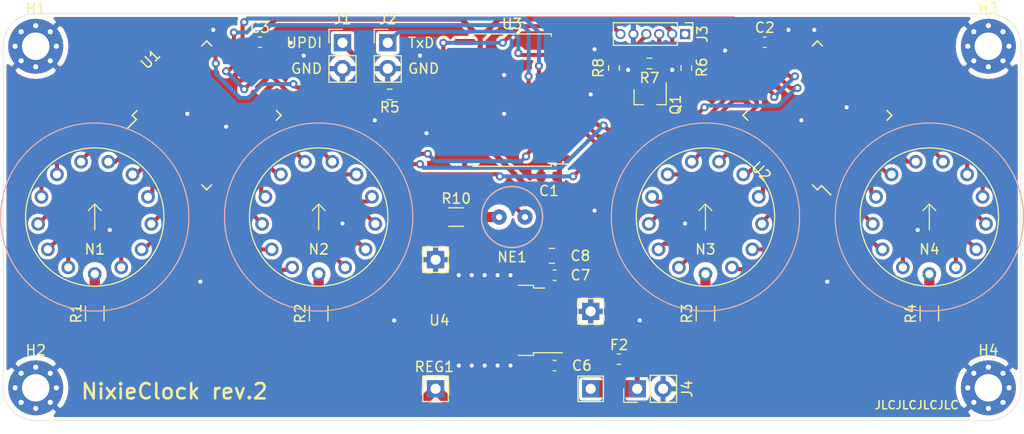
<source format=kicad_pcb>
(kicad_pcb (version 20171130) (host pcbnew "(5.1.8)-1")
  (layers (0 F.Cu signal) (31 B.Cu signal) (34 B.Paste user) (35 F.Paste user) (36 B.SilkS user) (37 F.SilkS user) (38 B.Mask user) (39 F.Mask user) (44 Edge.Cuts user))
  (net 0 "")
  (net 1 GND)
  (net 2 +5V)
  (net 3 "Net-(N1-PadA)")
  (net 4 "Net-(N2-PadA)")
  (net 5 "Net-(N3-PadA)")
  (net 6 "Net-(N4-PadA)")
  (net 7 "Net-(U1-Pad34)")
  (net 8 "Net-(U1-Pad26)")
  (net 9 "Net-(U1-Pad25)")
  (net 10 "Net-(U1-Pad24)")
  (net 11 "Net-(U1-Pad23)")
  (net 12 "Net-(U2-Pad34)")
  (net 13 "Net-(U2-Pad26)")
  (net 14 "Net-(U2-Pad25)")
  (net 15 "Net-(U2-Pad24)")
  (net 16 "Net-(U2-Pad23)")
  (net 17 170V)
  (net 18 "Net-(U2-Pad22)")
  (net 19 /NixieTubes/N1_L)
  (net 20 /NixieTubes/N1_R)
  (net 21 /NixieTubes/N1_9)
  (net 22 /NixieTubes/N1_8)
  (net 23 /NixieTubes/N1_7)
  (net 24 /NixieTubes/N1_6)
  (net 25 /NixieTubes/N1_5)
  (net 26 /NixieTubes/N1_4)
  (net 27 /NixieTubes/N1_3)
  (net 28 /NixieTubes/N1_2)
  (net 29 /NixieTubes/N1_1)
  (net 30 /NixieTubes/N1_0)
  (net 31 /NixieTubes/N2_L)
  (net 32 /NixieTubes/N2_R)
  (net 33 /NixieTubes/N2_9)
  (net 34 /NixieTubes/N2_8)
  (net 35 /NixieTubes/N2_7)
  (net 36 /NixieTubes/N2_6)
  (net 37 /NixieTubes/N2_5)
  (net 38 /NixieTubes/N2_4)
  (net 39 /NixieTubes/N2_3)
  (net 40 /NixieTubes/N2_2)
  (net 41 /NixieTubes/N2_1)
  (net 42 /NixieTubes/N2_0)
  (net 43 /NixieTubes/N3_L)
  (net 44 /NixieTubes/N3_R)
  (net 45 /NixieTubes/N3_9)
  (net 46 /NixieTubes/N3_8)
  (net 47 /NixieTubes/N3_7)
  (net 48 /NixieTubes/N3_6)
  (net 49 /NixieTubes/N3_5)
  (net 50 /NixieTubes/N3_4)
  (net 51 /NixieTubes/N3_3)
  (net 52 /NixieTubes/N3_2)
  (net 53 /NixieTubes/N3_1)
  (net 54 /NixieTubes/N3_0)
  (net 55 /NixieTubes/N4_L)
  (net 56 /NixieTubes/N4_R)
  (net 57 /NixieTubes/N4_9)
  (net 58 /NixieTubes/N4_8)
  (net 59 /NixieTubes/N4_7)
  (net 60 /NixieTubes/N4_6)
  (net 61 /NixieTubes/N4_5)
  (net 62 /NixieTubes/N4_4)
  (net 63 /NixieTubes/N4_3)
  (net 64 /NixieTubes/N4_2)
  (net 65 /NixieTubes/N4_1)
  (net 66 /NixieTubes/N4_0)
  (net 67 "Net-(U3-Pad19)")
  (net 68 "Net-(U3-Pad15)")
  (net 69 "Net-(U3-Pad13)")
  (net 70 "Net-(U3-Pad12)")
  (net 71 "Net-(U3-Pad7)")
  (net 72 "Net-(U3-Pad2)")
  (net 73 NIX_DIM)
  (net 74 NIX_DATA)
  (net 75 NIX_LE)
  (net 76 NIX_CLK)
  (net 77 "Net-(J1-Pad1)")
  (net 78 UART_TxD)
  (net 79 UPDI)
  (net 80 +12V)
  (net 81 "Net-(NE1-Pad2)")
  (net 82 /NixieTubes/N_DOT)
  (net 83 "Net-(U1-Pad35)")
  (net 84 "Net-(U1-Pad36)")
  (net 85 "Net-(U2-Pad19)")
  (net 86 "Net-(U2-Pad20)")
  (net 87 "Net-(U2-Pad21)")
  (net 88 "Net-(U3-Pad17)")
  (net 89 "Net-(C6-Pad1)")
  (net 90 NMEA_SYNC)
  (net 91 NMEA_RxD)
  (net 92 "Net-(J3-Pad3)")
  (net 93 "Net-(J3-Pad1)")
  (net 94 "Net-(U3-Pad18)")
  (net 95 "Net-(U3-Pad11)")
  (net 96 "Net-(U3-Pad10)")
  (net 97 "Net-(J3-Pad4)")
  (net 98 "Net-(Q1-Pad2)")
  (net 99 "Net-(U1-Pad37)")
  (net 100 "Net-(U1-Pad41)")
  (net 101 "Net-(U1-Pad40)")
  (net 102 "Net-(U1-Pad39)")
  (net 103 "Net-(U1-Pad38)")
  (net 104 "Net-(U2-Pad18)")
  (net 105 "Net-(U2-Pad17)")
  (net 106 "Net-(U2-Pad16)")
  (net 107 "Net-(U2-Pad15)")
  (module MountingHole:MountingHole_2.7mm_M2.5_Pad_Via (layer F.Cu) (at 116.8 56.8)
    (fp_text reference H4 (at 0 -3.7) (layer F.SilkS))
    (fp_text value Hole)
    (pad 1 thru_hole circle (at 1.431891 -1.431891) (size 0.8 0.8) (drill 0.5) (layers *.Cu *.Mask) (net 1 GND))
    (pad 1 thru_hole circle (at 0 -2.025) (size 0.8 0.8) (drill 0.5) (layers *.Cu *.Mask) (net 1 GND))
    (pad 1 thru_hole circle (at -1.431891 -1.431891) (size 0.8 0.8) (drill 0.5) (layers *.Cu *.Mask) (net 1 GND))
    (pad 1 thru_hole circle (at -2.025 0) (size 0.8 0.8) (drill 0.5) (layers *.Cu *.Mask) (net 1 GND))
    (pad 1 thru_hole circle (at -1.431891 1.431891) (size 0.8 0.8) (drill 0.5) (layers *.Cu *.Mask) (net 1 GND))
    (pad 1 thru_hole circle (at 0 2.025) (size 0.8 0.8) (drill 0.5) (layers *.Cu *.Mask) (net 1 GND))
    (pad 1 thru_hole circle (at 1.431891 1.431891) (size 0.8 0.8) (drill 0.5) (layers *.Cu *.Mask) (net 1 GND))
    (pad 1 thru_hole circle (at 2.025 0) (size 0.8 0.8) (drill 0.5) (layers *.Cu *.Mask) (net 1 GND))
    (pad 1 thru_hole circle (at 0 0) (size 5.4 5.4) (drill 2.7) (layers *.Cu *.Mask) (net 1 GND))
  )
  (module MountingHole:MountingHole_2.7mm_M2.5_Pad_Via (layer F.Cu) (at 116.8 23.2)
    (fp_text reference H3 (at 0 -3.7) (layer F.SilkS))
    (fp_text value Hole)
    (pad 1 thru_hole circle (at 1.431891 -1.431891) (size 0.8 0.8) (drill 0.5) (layers *.Cu *.Mask) (net 1 GND))
    (pad 1 thru_hole circle (at 0 -2.025) (size 0.8 0.8) (drill 0.5) (layers *.Cu *.Mask) (net 1 GND))
    (pad 1 thru_hole circle (at -1.431891 -1.431891) (size 0.8 0.8) (drill 0.5) (layers *.Cu *.Mask) (net 1 GND))
    (pad 1 thru_hole circle (at -2.025 0) (size 0.8 0.8) (drill 0.5) (layers *.Cu *.Mask) (net 1 GND))
    (pad 1 thru_hole circle (at -1.431891 1.431891) (size 0.8 0.8) (drill 0.5) (layers *.Cu *.Mask) (net 1 GND))
    (pad 1 thru_hole circle (at 0 2.025) (size 0.8 0.8) (drill 0.5) (layers *.Cu *.Mask) (net 1 GND))
    (pad 1 thru_hole circle (at 1.431891 1.431891) (size 0.8 0.8) (drill 0.5) (layers *.Cu *.Mask) (net 1 GND))
    (pad 1 thru_hole circle (at 2.025 0) (size 0.8 0.8) (drill 0.5) (layers *.Cu *.Mask) (net 1 GND))
    (pad 1 thru_hole circle (at 0 0) (size 5.4 5.4) (drill 2.7) (layers *.Cu *.Mask) (net 1 GND))
  )
  (module MountingHole:MountingHole_2.7mm_M2.5_Pad_Via (layer F.Cu) (at 23.2 56.8)
    (fp_text reference H2 (at 0 -3.7) (layer F.SilkS))
    (fp_text value Hole)
    (pad 1 thru_hole circle (at 1.431891 -1.431891) (size 0.8 0.8) (drill 0.5) (layers *.Cu *.Mask) (net 1 GND))
    (pad 1 thru_hole circle (at 0 -2.025) (size 0.8 0.8) (drill 0.5) (layers *.Cu *.Mask) (net 1 GND))
    (pad 1 thru_hole circle (at -1.431891 -1.431891) (size 0.8 0.8) (drill 0.5) (layers *.Cu *.Mask) (net 1 GND))
    (pad 1 thru_hole circle (at -2.025 0) (size 0.8 0.8) (drill 0.5) (layers *.Cu *.Mask) (net 1 GND))
    (pad 1 thru_hole circle (at -1.431891 1.431891) (size 0.8 0.8) (drill 0.5) (layers *.Cu *.Mask) (net 1 GND))
    (pad 1 thru_hole circle (at 0 2.025) (size 0.8 0.8) (drill 0.5) (layers *.Cu *.Mask) (net 1 GND))
    (pad 1 thru_hole circle (at 1.431891 1.431891) (size 0.8 0.8) (drill 0.5) (layers *.Cu *.Mask) (net 1 GND))
    (pad 1 thru_hole circle (at 2.025 0) (size 0.8 0.8) (drill 0.5) (layers *.Cu *.Mask) (net 1 GND))
    (pad 1 thru_hole circle (at 0 0) (size 5.4 5.4) (drill 2.7) (layers *.Cu *.Mask) (net 1 GND))
  )
  (module MountingHole:MountingHole_2.7mm_M2.5_Pad_Via (layer F.Cu) (at 23.2 23.2)
    (fp_text reference H1 (at 0 -3.7) (layer F.SilkS))
    (fp_text value Hole)
    (pad 1 thru_hole circle (at 1.431891 -1.431891) (size 0.8 0.8) (drill 0.5) (layers *.Cu *.Mask) (net 1 GND))
    (pad 1 thru_hole circle (at 0 -2.025) (size 0.8 0.8) (drill 0.5) (layers *.Cu *.Mask) (net 1 GND))
    (pad 1 thru_hole circle (at -1.431891 -1.431891) (size 0.8 0.8) (drill 0.5) (layers *.Cu *.Mask) (net 1 GND))
    (pad 1 thru_hole circle (at -2.025 0) (size 0.8 0.8) (drill 0.5) (layers *.Cu *.Mask) (net 1 GND))
    (pad 1 thru_hole circle (at -1.431891 1.431891) (size 0.8 0.8) (drill 0.5) (layers *.Cu *.Mask) (net 1 GND))
    (pad 1 thru_hole circle (at 0 2.025) (size 0.8 0.8) (drill 0.5) (layers *.Cu *.Mask) (net 1 GND))
    (pad 1 thru_hole circle (at 1.431891 1.431891) (size 0.8 0.8) (drill 0.5) (layers *.Cu *.Mask) (net 1 GND))
    (pad 1 thru_hole circle (at 2.025 0) (size 0.8 0.8) (drill 0.5) (layers *.Cu *.Mask) (net 1 GND))
    (pad 1 thru_hole circle (at 0 0) (size 5.4 5.4) (drill 2.7) (layers *.Cu *.Mask) (net 1 GND))
  )
  (module Resistor_SMD:R_0603_1608Metric (layer F.Cu) (at 57.975 27.94)
    (fp_text reference R5 (at 0 1.27) (layer F.SilkS))
    (fp_text value 470)
    (pad 2 smd roundrect (at 0.825 0) (size 0.8 0.95) (layers F.Cu F.Paste F.Mask) (net 79 UPDI))
    (pad 1 smd roundrect (at -0.825 0) (size 0.8 0.95) (layers F.Cu F.Paste F.Mask) (net 77 "Net-(J1-Pad1)"))
  )
  (module Package_TO_SOT_SMD:TO-252-2 (layer F.Cu) (at 69.64 50.165 180)
    (fp_text reference U4 (at 6.775 0) (layer F.SilkS))
    (fp_text value L78M05ABDT-TR)
    (pad 2 smd rect (at 2.1 0 180) (size 6.4 5.8) (layers F.Cu F.Mask) (net 1 GND))
    (pad 3 smd rect (at -4.2 2.28 180) (size 2.2 1.2) (layers F.Cu F.Paste F.Mask) (net 2 +5V))
    (pad 1 smd rect (at -4.2 -2.28 180) (size 2.2 1.2) (layers F.Cu F.Paste F.Mask) (net 89 "Net-(C6-Pad1)"))
  )
  (module Capacitor_SMD:C_0603_1608Metric (layer F.Cu) (at 74.181 54.61 180)
    (fp_text reference C6 (at -2.68 0) (layer F.SilkS))
    (fp_text value 330n)
    (pad 2 smd roundrect (at 0.775 0 180) (size 0.9 0.95) (layers F.Cu F.Paste F.Mask) (net 1 GND))
    (pad 1 smd roundrect (at -0.775 0 180) (size 0.9 0.95) (layers F.Cu F.Paste F.Mask) (net 89 "Net-(C6-Pad1)"))
  )
  (module Resistor_SMD:R_1206_3216Metric (layer F.Cu) (at 64.5125 40)
    (fp_text reference R10 (at 0 -1.82) (layer F.SilkS))
    (fp_text value 100k)
    (pad 2 smd roundrect (at 1.4625 0) (size 1.125 1.75) (layers F.Cu F.Paste F.Mask) (roundrect_rratio 0.222222) (net 81 "Net-(NE1-Pad2)"))
    (pad 1 smd roundrect (at -1.4625 0) (size 1.125 1.75) (layers F.Cu F.Paste F.Mask) (roundrect_rratio 0.222222) (net 17 170V))
  )
  (module Resistor_SMD:R_0603_1608Metric (layer F.Cu) (at 83.503 24.892 180)
    (fp_text reference R7 (at 0 -1.43) (layer F.SilkS))
    (fp_text value 100k)
    (pad 2 smd roundrect (at 0.825 0 180) (size 0.8 0.95) (layers F.Cu F.Paste F.Mask) (net 92 "Net-(J3-Pad3)"))
    (pad 1 smd roundrect (at -0.825 0 180) (size 0.8 0.95) (layers F.Cu F.Paste F.Mask) (net 2 +5V))
  )
  (module Resistor_SMD:R_0603_1608Metric (layer F.Cu) (at 87.122 25.337 270)
    (fp_text reference R6 (at -0.063 -1.524 90) (layer F.SilkS))
    (fp_text value 10k)
    (pad 2 smd roundrect (at 0.825 0 270) (size 0.8 0.95) (layers F.Cu F.Paste F.Mask) (net 91 NMEA_RxD))
    (pad 1 smd roundrect (at -0.825 0 270) (size 0.8 0.95) (layers F.Cu F.Paste F.Mask) (net 2 +5V))
  )
  (module Resistor_SMD:R_1206_3216Metric (layer F.Cu) (at 111 49.5 90)
    (fp_text reference R4 (at 0 -1.82 90) (layer F.SilkS))
    (fp_text value 10k)
    (pad 2 smd roundrect (at 1.4625 0 90) (size 1.125 1.75) (layers F.Cu F.Paste F.Mask) (roundrect_rratio 0.222222) (net 6 "Net-(N4-PadA)"))
    (pad 1 smd roundrect (at -1.4625 0 90) (size 1.125 1.75) (layers F.Cu F.Paste F.Mask) (roundrect_rratio 0.222222) (net 17 170V))
  )
  (module Resistor_SMD:R_1206_3216Metric (layer F.Cu) (at 89 49.5 90)
    (fp_text reference R3 (at 0 -1.82 90) (layer F.SilkS))
    (fp_text value 10k)
    (pad 2 smd roundrect (at 1.4625 0 90) (size 1.125 1.75) (layers F.Cu F.Paste F.Mask) (roundrect_rratio 0.222222) (net 5 "Net-(N3-PadA)"))
    (pad 1 smd roundrect (at -1.4625 0 90) (size 1.125 1.75) (layers F.Cu F.Paste F.Mask) (roundrect_rratio 0.222222) (net 17 170V))
  )
  (module Resistor_SMD:R_1206_3216Metric (layer F.Cu) (at 51 49.5 90)
    (fp_text reference R2 (at 0 -1.82 90) (layer F.SilkS))
    (fp_text value 10k)
    (pad 2 smd roundrect (at 1.4625 0 90) (size 1.125 1.75) (layers F.Cu F.Paste F.Mask) (roundrect_rratio 0.222222) (net 4 "Net-(N2-PadA)"))
    (pad 1 smd roundrect (at -1.4625 0 90) (size 1.125 1.75) (layers F.Cu F.Paste F.Mask) (roundrect_rratio 0.222222) (net 17 170V))
  )
  (module Resistor_SMD:R_1206_3216Metric (layer F.Cu) (at 29 49.4875 90)
    (fp_text reference R1 (at 0 -1.82 90) (layer F.SilkS))
    (fp_text value 10k)
    (pad 2 smd roundrect (at 1.4625 0 90) (size 1.125 1.75) (layers F.Cu F.Paste F.Mask) (roundrect_rratio 0.222222) (net 3 "Net-(N1-PadA)"))
    (pad 1 smd roundrect (at -1.4625 0 90) (size 1.125 1.75) (layers F.Cu F.Paste F.Mask) (roundrect_rratio 0.222222) (net 17 170V))
  )
  (module Fuse:Fuse_0603_1608Metric (layer F.Cu) (at 80.4925 53.975 180)
    (fp_text reference F2 (at -0.0255 1.397) (layer F.SilkS))
    (fp_text value 200mA)
    (pad 2 smd roundrect (at 0.7875 0 180) (size 0.875 0.95) (layers F.Cu F.Paste F.Mask) (net 89 "Net-(C6-Pad1)"))
    (pad 1 smd roundrect (at -0.7875 0 180) (size 0.875 0.95) (layers F.Cu F.Paste F.Mask) (net 80 +12V))
  )
  (module Capacitor_SMD:C_0805_2012Metric (layer F.Cu) (at 73.914 43.815 180)
    (fp_text reference C8 (at -2.794 0) (layer F.SilkS))
    (fp_text value 10u)
    (pad 2 smd roundrect (at 0.95 0 180) (size 1 1.45) (layers F.Cu F.Paste F.Mask) (net 1 GND))
    (pad 1 smd roundrect (at -0.95 0 180) (size 1 1.45) (layers F.Cu F.Paste F.Mask) (net 2 +5V))
  )
  (module Capacitor_SMD:C_0603_1608Metric (layer F.Cu) (at 74.181 45.72 180)
    (fp_text reference C7 (at -2.54 0) (layer F.SilkS))
    (fp_text value 100n)
    (pad 2 smd roundrect (at 0.775 0 180) (size 0.9 0.95) (layers F.Cu F.Paste F.Mask) (net 1 GND))
    (pad 1 smd roundrect (at -0.775 0 180) (size 0.9 0.95) (layers F.Cu F.Paste F.Mask) (net 2 +5V))
  )
  (module Capacitor_SMD:C_0603_1608Metric (layer F.Cu) (at 45.225 22.8)
    (fp_text reference C3 (at 0 -1.43) (layer F.SilkS))
    (fp_text value 100n)
    (pad 2 smd roundrect (at 0.775 0) (size 0.9 0.95) (layers F.Cu F.Paste F.Mask) (net 1 GND))
    (pad 1 smd roundrect (at -0.775 0) (size 0.9 0.95) (layers F.Cu F.Paste F.Mask) (net 2 +5V))
  )
  (module Capacitor_SMD:C_0603_1608Metric (layer F.Cu) (at 94.825 22.8)
    (fp_text reference C2 (at 0 -1.43) (layer F.SilkS))
    (fp_text value 100n)
    (pad 2 smd roundrect (at 0.775 0) (size 0.9 0.95) (layers F.Cu F.Paste F.Mask) (net 1 GND))
    (pad 1 smd roundrect (at -0.775 0) (size 0.9 0.95) (layers F.Cu F.Paste F.Mask) (net 2 +5V))
  )
  (module Capacitor_SMD:C_0603_1608Metric (layer F.Cu) (at 73.625 36 180)
    (fp_text reference C1 (at 0 -1.43) (layer F.SilkS))
    (fp_text value 100n)
    (pad 2 smd roundrect (at 0.775 0 180) (size 0.9 0.95) (layers F.Cu F.Paste F.Mask) (net 1 GND))
    (pad 1 smd roundrect (at -0.775 0 180) (size 0.9 0.95) (layers F.Cu F.Paste F.Mask) (net 2 +5V))
  )
  (module Connector_PinHeader_1.27mm:PinHeader_1x06_P1.27mm_Vertical (layer F.Cu) (at 87 22 270)
    (fp_text reference J3 (at 0 -1.695 90) (layer F.SilkS))
    (fp_text value NMEA)
    (pad 6 thru_hole oval (at 0 6.35 270) (size 1 1) (drill 0.65) (layers *.Cu *.Mask) (net 90 NMEA_SYNC))
    (pad 5 thru_hole oval (at 0 5.08 270) (size 1 1) (drill 0.65) (layers *.Cu *.Mask) (net 1 GND))
    (pad 4 thru_hole oval (at 0 3.81 270) (size 1 1) (drill 0.65) (layers *.Cu *.Mask) (net 97 "Net-(J3-Pad4)"))
    (pad 3 thru_hole oval (at 0 2.54 270) (size 1 1) (drill 0.65) (layers *.Cu *.Mask) (net 92 "Net-(J3-Pad3)"))
    (pad 2 thru_hole oval (at 0 1.27 270) (size 1 1) (drill 0.65) (layers *.Cu *.Mask) (net 2 +5V))
    (pad 1 thru_hole rect (at 0 0 270) (size 1 1) (drill 0.65) (layers *.Cu *.Mask) (net 93 "Net-(J3-Pad1)"))
  )
  (module Resistor_SMD:R_0603_1608Metric (layer F.Cu) (at 80.01 25.337 270)
    (fp_text reference R8 (at 0 1.524 90) (layer F.SilkS))
    (fp_text value 10k)
    (pad 2 smd roundrect (at 0.825 0 270) (size 0.8 0.95) (layers F.Cu F.Paste F.Mask) (net 98 "Net-(Q1-Pad2)"))
    (pad 1 smd roundrect (at -0.825 0 270) (size 0.8 0.95) (layers F.Cu F.Paste F.Mask) (net 97 "Net-(J3-Pad4)"))
  )
  (module Package_TO_SOT_SMD:SOT-23 (layer F.Cu) (at 83.566 28.194 270)
    (fp_text reference Q1 (at 0.762 -2.5 90) (layer F.SilkS))
    (fp_text value S8050)
    (pad 3 smd rect (at 1 0 270) (size 0.9 0.8) (layers F.Cu F.Paste F.Mask) (net 91 NMEA_RxD))
    (pad 2 smd rect (at -1 0.95 270) (size 0.9 0.8) (layers F.Cu F.Paste F.Mask) (net 98 "Net-(Q1-Pad2)"))
    (pad 1 smd rect (at -1 -0.95 270) (size 0.9 0.8) (layers F.Cu F.Paste F.Mask) (net 1 GND))
  )
  (module Nixies:NCH8200HV (layer F.Cu) (at 70.04 51.932 180)
    (fp_text reference REG1 (at 7.683 -2.805) (layer F.SilkS))
    (fp_text value HVReg)
    (pad 3 thru_hole rect (at -7.684 2.656 180) (size 1.7 1.7) (drill 1) (layers *.Cu *.Mask) (net 1 GND))
    (pad 3 thru_hole rect (at 7.556 7.736 180) (size 1.7 1.7) (drill 1) (layers *.Cu *.Mask) (net 1 GND))
    (pad 2 thru_hole rect (at 7.556 -4.964 180) (size 1.7 1.7) (drill 1) (layers *.Cu *.Mask) (net 17 170V))
    (pad 1 thru_hole rect (at -7.684 -4.964 180) (size 1.7 1.7) (drill 1) (layers *.Cu *.Mask) (net 80 +12V))
  )
  (module Package_SO:SOIC-20W_7.5x12.8mm_P1.27mm (layer F.Cu) (at 70 28.5 180)
    (fp_text reference U3 (at 0 7.5) (layer F.SilkS))
    (fp_text value ATtiny1606-S)
    (pad 20 smd roundrect (at 4.65 -5.715 180) (size 2.05 0.6) (layers F.Cu F.Paste F.Mask) (net 1 GND))
    (pad 19 smd roundrect (at 4.65 -4.445 180) (size 2.05 0.6) (layers F.Cu F.Paste F.Mask) (net 67 "Net-(U3-Pad19)"))
    (pad 18 smd roundrect (at 4.65 -3.175 180) (size 2.05 0.6) (layers F.Cu F.Paste F.Mask) (net 94 "Net-(U3-Pad18)"))
    (pad 17 smd roundrect (at 4.65 -1.905 180) (size 2.05 0.6) (layers F.Cu F.Paste F.Mask) (net 88 "Net-(U3-Pad17)"))
    (pad 16 smd roundrect (at 4.65 -0.635 180) (size 2.05 0.6) (layers F.Cu F.Paste F.Mask) (net 79 UPDI))
    (pad 15 smd roundrect (at 4.65 0.635 180) (size 2.05 0.6) (layers F.Cu F.Paste F.Mask) (net 68 "Net-(U3-Pad15)"))
    (pad 14 smd roundrect (at 4.65 1.905 180) (size 2.05 0.6) (layers F.Cu F.Paste F.Mask) (net 90 NMEA_SYNC))
    (pad 13 smd roundrect (at 4.65 3.175 180) (size 2.05 0.6) (layers F.Cu F.Paste F.Mask) (net 69 "Net-(U3-Pad13)"))
    (pad 12 smd roundrect (at 4.65 4.445 180) (size 2.05 0.6) (layers F.Cu F.Paste F.Mask) (net 70 "Net-(U3-Pad12)"))
    (pad 11 smd roundrect (at 4.65 5.715 180) (size 2.05 0.6) (layers F.Cu F.Paste F.Mask) (net 95 "Net-(U3-Pad11)"))
    (pad 10 smd roundrect (at -4.65 5.715 180) (size 2.05 0.6) (layers F.Cu F.Paste F.Mask) (net 96 "Net-(U3-Pad10)"))
    (pad 9 smd roundrect (at -4.65 4.445 180) (size 2.05 0.6) (layers F.Cu F.Paste F.Mask) (net 78 UART_TxD))
    (pad 8 smd roundrect (at -4.65 3.175 180) (size 2.05 0.6) (layers F.Cu F.Paste F.Mask) (net 91 NMEA_RxD))
    (pad 7 smd roundrect (at -4.65 1.905 180) (size 2.05 0.6) (layers F.Cu F.Paste F.Mask) (net 71 "Net-(U3-Pad7)"))
    (pad 6 smd roundrect (at -4.65 0.635 180) (size 2.05 0.6) (layers F.Cu F.Paste F.Mask) (net 76 NIX_CLK))
    (pad 5 smd roundrect (at -4.65 -0.635 180) (size 2.05 0.6) (layers F.Cu F.Paste F.Mask) (net 75 NIX_LE))
    (pad 4 smd roundrect (at -4.65 -1.905 180) (size 2.05 0.6) (layers F.Cu F.Paste F.Mask) (net 74 NIX_DATA))
    (pad 3 smd roundrect (at -4.65 -3.175 180) (size 2.05 0.6) (layers F.Cu F.Paste F.Mask) (net 73 NIX_DIM))
    (pad 2 smd roundrect (at -4.65 -4.445 180) (size 2.05 0.6) (layers F.Cu F.Paste F.Mask) (net 72 "Net-(U3-Pad2)"))
    (pad 1 smd roundrect (at -4.65 -5.715 180) (size 2.05 0.6) (layers F.Cu F.Paste F.Mask) (net 2 +5V))
  )
  (module Connector_PinHeader_2.54mm:PinHeader_1x02_P2.54mm_Vertical (layer F.Cu) (at 82.296 56.896 90)
    (fp_text reference J4 (at -0.004 4.904 90) (layer F.SilkS))
    (fp_text value Vin)
    (pad 2 thru_hole oval (at 0 2.54 90) (size 1.7 1.7) (drill 1) (layers *.Cu *.Mask) (net 1 GND))
    (pad 1 thru_hole rect (at 0 0 90) (size 1.7 1.7) (drill 1) (layers *.Cu *.Mask) (net 80 +12V))
  )
  (module Connector_PinHeader_2.54mm:PinHeader_1x02_P2.54mm_Vertical (layer F.Cu) (at 57.785 22.86)
    (fp_text reference J2 (at 0 -2.33) (layer F.SilkS))
    (fp_text value UART)
    (pad 2 thru_hole oval (at 0 2.54) (size 1.7 1.7) (drill 1) (layers *.Cu *.Mask) (net 1 GND))
    (pad 1 thru_hole rect (at 0 0) (size 1.7 1.7) (drill 1) (layers *.Cu *.Mask) (net 78 UART_TxD))
  )
  (module Connector_PinHeader_2.54mm:PinHeader_1x02_P2.54mm_Vertical (layer F.Cu) (at 53.34 22.86)
    (fp_text reference J1 (at 0 -2.33) (layer F.SilkS))
    (fp_text value UPDI)
    (pad 2 thru_hole oval (at 0 2.54) (size 1.7 1.7) (drill 1) (layers *.Cu *.Mask) (net 1 GND))
    (pad 1 thru_hole rect (at 0 0) (size 1.7 1.7) (drill 1) (layers *.Cu *.Mask) (net 77 "Net-(J1-Pad1)"))
  )
  (module Nixies:IN-14 (layer F.Cu) (at 89 40)
    (fp_text reference N3 (at 0 3.175) (layer F.SilkS))
    (fp_text value IN-14)
    (pad RHDP thru_hole circle (at 2.60245 4.958554) (size 1.3462 1.3462) (drill 0.8) (layers *.Cu *.Mask) (net 44 /NixieTubes/N3_R))
    (pad 0 thru_hole circle (at 4.60871 3.181163) (size 1.3462 1.3462) (drill 0.8) (layers *.Cu *.Mask) (net 54 /NixieTubes/N3_0))
    (pad 9 thru_hole circle (at 5.55917 0.675005) (size 1.3462 1.3462) (drill 0.8) (layers *.Cu *.Mask) (net 45 /NixieTubes/N3_9))
    (pad 8 thru_hole circle (at 5.236091 -1.985787) (size 1.3462 1.3462) (drill 0.8) (layers *.Cu *.Mask) (net 46 /NixieTubes/N3_8))
    (pad 7 thru_hole circle (at 3.713487 -4.19166) (size 1.3462 1.3462) (drill 0.8) (layers *.Cu *.Mask) (net 47 /NixieTubes/N3_7))
    (pad 6 thru_hole circle (at 1.340168 -5.437274) (size 1.3462 1.3462) (drill 0.8) (layers *.Cu *.Mask) (net 48 /NixieTubes/N3_6))
    (pad 5 thru_hole circle (at -1.340168 -5.437274) (size 1.3462 1.3462) (drill 0.8) (layers *.Cu *.Mask) (net 49 /NixieTubes/N3_5))
    (pad 4 thru_hole circle (at -3.713487 -4.19166) (size 1.3462 1.3462) (drill 0.8) (layers *.Cu *.Mask) (net 50 /NixieTubes/N3_4))
    (pad 3 thru_hole circle (at -5.236091 -1.985787) (size 1.3462 1.3462) (drill 0.8) (layers *.Cu *.Mask) (net 51 /NixieTubes/N3_3))
    (pad 2 thru_hole circle (at -5.55917 0.675005) (size 1.3462 1.3462) (drill 0.8) (layers *.Cu *.Mask) (net 52 /NixieTubes/N3_2))
    (pad 1 thru_hole circle (at -4.60871 3.181163) (size 1.3462 1.3462) (drill 0.8) (layers *.Cu *.Mask) (net 53 /NixieTubes/N3_1))
    (pad LHDP thru_hole circle (at -2.60245 4.958554) (size 1.3462 1.3462) (drill 0.8) (layers *.Cu *.Mask) (net 43 /NixieTubes/N3_L))
    (pad A thru_hole circle (at 0 5.6) (size 1.3462 1.3462) (drill 0.8) (layers *.Cu *.Mask) (net 5 "Net-(N3-PadA)"))
  )
  (module Nixies:IN-14 (layer F.Cu) (at 29 40)
    (fp_text reference N1 (at 0 3.175) (layer F.SilkS))
    (fp_text value IN-14)
    (pad RHDP thru_hole circle (at 2.60245 4.958554) (size 1.3462 1.3462) (drill 0.8) (layers *.Cu *.Mask) (net 20 /NixieTubes/N1_R))
    (pad 0 thru_hole circle (at 4.60871 3.181163) (size 1.3462 1.3462) (drill 0.8) (layers *.Cu *.Mask) (net 30 /NixieTubes/N1_0))
    (pad 9 thru_hole circle (at 5.55917 0.675005) (size 1.3462 1.3462) (drill 0.8) (layers *.Cu *.Mask) (net 21 /NixieTubes/N1_9))
    (pad 8 thru_hole circle (at 5.236091 -1.985787) (size 1.3462 1.3462) (drill 0.8) (layers *.Cu *.Mask) (net 22 /NixieTubes/N1_8))
    (pad 7 thru_hole circle (at 3.713487 -4.19166) (size 1.3462 1.3462) (drill 0.8) (layers *.Cu *.Mask) (net 23 /NixieTubes/N1_7))
    (pad 6 thru_hole circle (at 1.340168 -5.437274) (size 1.3462 1.3462) (drill 0.8) (layers *.Cu *.Mask) (net 24 /NixieTubes/N1_6))
    (pad 5 thru_hole circle (at -1.340168 -5.437274) (size 1.3462 1.3462) (drill 0.8) (layers *.Cu *.Mask) (net 25 /NixieTubes/N1_5))
    (pad 4 thru_hole circle (at -3.713487 -4.19166) (size 1.3462 1.3462) (drill 0.8) (layers *.Cu *.Mask) (net 26 /NixieTubes/N1_4))
    (pad 3 thru_hole circle (at -5.236091 -1.985787) (size 1.3462 1.3462) (drill 0.8) (layers *.Cu *.Mask) (net 27 /NixieTubes/N1_3))
    (pad 2 thru_hole circle (at -5.55917 0.675005) (size 1.3462 1.3462) (drill 0.8) (layers *.Cu *.Mask) (net 28 /NixieTubes/N1_2))
    (pad 1 thru_hole circle (at -4.60871 3.181163) (size 1.3462 1.3462) (drill 0.8) (layers *.Cu *.Mask) (net 29 /NixieTubes/N1_1))
    (pad LHDP thru_hole circle (at -2.60245 4.958554) (size 1.3462 1.3462) (drill 0.8) (layers *.Cu *.Mask) (net 19 /NixieTubes/N1_L))
    (pad A thru_hole circle (at 0 5.6) (size 1.3462 1.3462) (drill 0.8) (layers *.Cu *.Mask) (net 3 "Net-(N1-PadA)"))
  )
  (module Nixies:IN-14 (layer F.Cu) (at 111 40)
    (fp_text reference N4 (at 0 3.175) (layer F.SilkS))
    (fp_text value IN-14)
    (pad RHDP thru_hole circle (at 2.60245 4.958554) (size 1.3462 1.3462) (drill 0.8) (layers *.Cu *.Mask) (net 56 /NixieTubes/N4_R))
    (pad 0 thru_hole circle (at 4.60871 3.181163) (size 1.3462 1.3462) (drill 0.8) (layers *.Cu *.Mask) (net 66 /NixieTubes/N4_0))
    (pad 9 thru_hole circle (at 5.55917 0.675005) (size 1.3462 1.3462) (drill 0.8) (layers *.Cu *.Mask) (net 57 /NixieTubes/N4_9))
    (pad 8 thru_hole circle (at 5.236091 -1.985787) (size 1.3462 1.3462) (drill 0.8) (layers *.Cu *.Mask) (net 58 /NixieTubes/N4_8))
    (pad 7 thru_hole circle (at 3.713487 -4.19166) (size 1.3462 1.3462) (drill 0.8) (layers *.Cu *.Mask) (net 59 /NixieTubes/N4_7))
    (pad 6 thru_hole circle (at 1.340168 -5.437274) (size 1.3462 1.3462) (drill 0.8) (layers *.Cu *.Mask) (net 60 /NixieTubes/N4_6))
    (pad 5 thru_hole circle (at -1.340168 -5.437274) (size 1.3462 1.3462) (drill 0.8) (layers *.Cu *.Mask) (net 61 /NixieTubes/N4_5))
    (pad 4 thru_hole circle (at -3.713487 -4.19166) (size 1.3462 1.3462) (drill 0.8) (layers *.Cu *.Mask) (net 62 /NixieTubes/N4_4))
    (pad 3 thru_hole circle (at -5.236091 -1.985787) (size 1.3462 1.3462) (drill 0.8) (layers *.Cu *.Mask) (net 63 /NixieTubes/N4_3))
    (pad 2 thru_hole circle (at -5.55917 0.675005) (size 1.3462 1.3462) (drill 0.8) (layers *.Cu *.Mask) (net 64 /NixieTubes/N4_2))
    (pad 1 thru_hole circle (at -4.60871 3.181163) (size 1.3462 1.3462) (drill 0.8) (layers *.Cu *.Mask) (net 65 /NixieTubes/N4_1))
    (pad LHDP thru_hole circle (at -2.60245 4.958554) (size 1.3462 1.3462) (drill 0.8) (layers *.Cu *.Mask) (net 55 /NixieTubes/N4_L))
    (pad A thru_hole circle (at 0 5.6) (size 1.3462 1.3462) (drill 0.8) (layers *.Cu *.Mask) (net 6 "Net-(N4-PadA)"))
  )
  (module Nixies:IN-14 (layer F.Cu) (at 51 40)
    (fp_text reference N2 (at 0 3.175) (layer F.SilkS))
    (fp_text value IN-14)
    (pad RHDP thru_hole circle (at 2.60245 4.958554) (size 1.3462 1.3462) (drill 0.8) (layers *.Cu *.Mask) (net 32 /NixieTubes/N2_R))
    (pad 0 thru_hole circle (at 4.60871 3.181163) (size 1.3462 1.3462) (drill 0.8) (layers *.Cu *.Mask) (net 42 /NixieTubes/N2_0))
    (pad 9 thru_hole circle (at 5.55917 0.675005) (size 1.3462 1.3462) (drill 0.8) (layers *.Cu *.Mask) (net 33 /NixieTubes/N2_9))
    (pad 8 thru_hole circle (at 5.236091 -1.985787) (size 1.3462 1.3462) (drill 0.8) (layers *.Cu *.Mask) (net 34 /NixieTubes/N2_8))
    (pad 7 thru_hole circle (at 3.713487 -4.19166) (size 1.3462 1.3462) (drill 0.8) (layers *.Cu *.Mask) (net 35 /NixieTubes/N2_7))
    (pad 6 thru_hole circle (at 1.340168 -5.437274) (size 1.3462 1.3462) (drill 0.8) (layers *.Cu *.Mask) (net 36 /NixieTubes/N2_6))
    (pad 5 thru_hole circle (at -1.340168 -5.437274) (size 1.3462 1.3462) (drill 0.8) (layers *.Cu *.Mask) (net 37 /NixieTubes/N2_5))
    (pad 4 thru_hole circle (at -3.713487 -4.19166) (size 1.3462 1.3462) (drill 0.8) (layers *.Cu *.Mask) (net 38 /NixieTubes/N2_4))
    (pad 3 thru_hole circle (at -5.236091 -1.985787) (size 1.3462 1.3462) (drill 0.8) (layers *.Cu *.Mask) (net 39 /NixieTubes/N2_3))
    (pad 2 thru_hole circle (at -5.55917 0.675005) (size 1.3462 1.3462) (drill 0.8) (layers *.Cu *.Mask) (net 40 /NixieTubes/N2_2))
    (pad 1 thru_hole circle (at -4.60871 3.181163) (size 1.3462 1.3462) (drill 0.8) (layers *.Cu *.Mask) (net 41 /NixieTubes/N2_1))
    (pad LHDP thru_hole circle (at -2.60245 4.958554) (size 1.3462 1.3462) (drill 0.8) (layers *.Cu *.Mask) (net 31 /NixieTubes/N2_L))
    (pad A thru_hole circle (at 0 5.6) (size 1.3462 1.3462) (drill 0.8) (layers *.Cu *.Mask) (net 4 "Net-(N2-PadA)"))
  )
  (module Package_QFP:PQFP-44_10x10mm_P0.8mm (layer F.Cu) (at 100 30 135)
    (fp_text reference U2 (at 0 -7.8 135) (layer F.SilkS))
    (fp_text value HV5530)
    (pad 44 smd rect (at -4 -6.05 135) (size 0.52 1.5) (layers F.Cu F.Paste F.Mask) (net 54 /NixieTubes/N3_0))
    (pad 43 smd rect (at -3.2 -6.05 135) (size 0.52 1.5) (layers F.Cu F.Paste F.Mask) (net 53 /NixieTubes/N3_1))
    (pad 42 smd rect (at -2.4 -6.05 135) (size 0.52 1.5) (layers F.Cu F.Paste F.Mask) (net 45 /NixieTubes/N3_9))
    (pad 41 smd rect (at -1.6 -6.05 135) (size 0.52 1.5) (layers F.Cu F.Paste F.Mask) (net 52 /NixieTubes/N3_2))
    (pad 40 smd rect (at -0.8 -6.05 135) (size 0.52 1.5) (layers F.Cu F.Paste F.Mask) (net 46 /NixieTubes/N3_8))
    (pad 39 smd rect (at 0 -6.05 135) (size 0.52 1.5) (layers F.Cu F.Paste F.Mask) (net 51 /NixieTubes/N3_3))
    (pad 38 smd rect (at 0.8 -6.05 135) (size 0.52 1.5) (layers F.Cu F.Paste F.Mask) (net 47 /NixieTubes/N3_7))
    (pad 37 smd rect (at 1.6 -6.05 135) (size 0.52 1.5) (layers F.Cu F.Paste F.Mask) (net 50 /NixieTubes/N3_4))
    (pad 36 smd rect (at 2.4 -6.05 135) (size 0.52 1.5) (layers F.Cu F.Paste F.Mask) (net 48 /NixieTubes/N3_6))
    (pad 35 smd rect (at 3.2 -6.05 135) (size 0.52 1.5) (layers F.Cu F.Paste F.Mask) (net 49 /NixieTubes/N3_5))
    (pad 34 smd rect (at 4 -6.05 135) (size 0.52 1.5) (layers F.Cu F.Paste F.Mask) (net 12 "Net-(U2-Pad34)"))
    (pad 33 smd rect (at 6.05 -4 135) (size 1.5 0.52) (layers F.Cu F.Paste F.Mask) (net 73 NIX_DIM))
    (pad 32 smd rect (at 6.05 -3.2 135) (size 1.5 0.52) (layers F.Cu F.Paste F.Mask) (net 11 "Net-(U1-Pad23)"))
    (pad 31 smd rect (at 6.05 -2.4 135) (size 1.5 0.52) (layers F.Cu F.Paste F.Mask) (net 75 NIX_LE))
    (pad 30 smd rect (at 6.05 -1.6 135) (size 1.5 0.52) (layers F.Cu F.Paste F.Mask) (net 2 +5V))
    (pad 29 smd rect (at 6.05 -0.8 135) (size 1.5 0.52) (layers F.Cu F.Paste F.Mask) (net 1 GND))
    (pad 28 smd rect (at 6.05 0 135) (size 1.5 0.52) (layers F.Cu F.Paste F.Mask) (net 76 NIX_CLK))
    (pad 27 smd rect (at 6.05 0.8 135) (size 1.5 0.52) (layers F.Cu F.Paste F.Mask) (net 2 +5V))
    (pad 26 smd rect (at 6.05 1.6 135) (size 1.5 0.52) (layers F.Cu F.Paste F.Mask) (net 13 "Net-(U2-Pad26)"))
    (pad 25 smd rect (at 6.05 2.4 135) (size 1.5 0.52) (layers F.Cu F.Paste F.Mask) (net 14 "Net-(U2-Pad25)"))
    (pad 24 smd rect (at 6.05 3.2 135) (size 1.5 0.52) (layers F.Cu F.Paste F.Mask) (net 15 "Net-(U2-Pad24)"))
    (pad 23 smd rect (at 6.05 4 135) (size 1.5 0.52) (layers F.Cu F.Paste F.Mask) (net 16 "Net-(U2-Pad23)"))
    (pad 22 smd rect (at 4 6.05 135) (size 0.52 1.5) (layers F.Cu F.Paste F.Mask) (net 18 "Net-(U2-Pad22)"))
    (pad 21 smd rect (at 3.2 6.05 135) (size 0.52 1.5) (layers F.Cu F.Paste F.Mask) (net 87 "Net-(U2-Pad21)"))
    (pad 20 smd rect (at 2.4 6.05 135) (size 0.52 1.5) (layers F.Cu F.Paste F.Mask) (net 86 "Net-(U2-Pad20)"))
    (pad 19 smd rect (at 1.6 6.05 135) (size 0.52 1.5) (layers F.Cu F.Paste F.Mask) (net 85 "Net-(U2-Pad19)"))
    (pad 18 smd rect (at 0.8 6.05 135) (size 0.52 1.5) (layers F.Cu F.Paste F.Mask) (net 104 "Net-(U2-Pad18)"))
    (pad 17 smd rect (at 0 6.05 135) (size 0.52 1.5) (layers F.Cu F.Paste F.Mask) (net 105 "Net-(U2-Pad17)"))
    (pad 16 smd rect (at -0.8 6.05 135) (size 0.52 1.5) (layers F.Cu F.Paste F.Mask) (net 106 "Net-(U2-Pad16)"))
    (pad 15 smd rect (at -1.6 6.05 135) (size 0.52 1.5) (layers F.Cu F.Paste F.Mask) (net 107 "Net-(U2-Pad15)"))
    (pad 14 smd rect (at -2.4 6.05 135) (size 0.52 1.5) (layers F.Cu F.Paste F.Mask) (net 58 /NixieTubes/N4_8))
    (pad 13 smd rect (at -3.2 6.05 135) (size 0.52 1.5) (layers F.Cu F.Paste F.Mask) (net 59 /NixieTubes/N4_7))
    (pad 12 smd rect (at -4 6.05 135) (size 0.52 1.5) (layers F.Cu F.Paste F.Mask) (net 57 /NixieTubes/N4_9))
    (pad 11 smd rect (at -6.05 4 135) (size 1.5 0.52) (layers F.Cu F.Paste F.Mask) (net 60 /NixieTubes/N4_6))
    (pad 10 smd rect (at -6.05 3.2 135) (size 1.5 0.52) (layers F.Cu F.Paste F.Mask) (net 66 /NixieTubes/N4_0))
    (pad 9 smd rect (at -6.05 2.4 135) (size 1.5 0.52) (layers F.Cu F.Paste F.Mask) (net 61 /NixieTubes/N4_5))
    (pad 8 smd rect (at -6.05 1.6 135) (size 1.5 0.52) (layers F.Cu F.Paste F.Mask) (net 56 /NixieTubes/N4_R))
    (pad 7 smd rect (at -6.05 0.8 135) (size 1.5 0.52) (layers F.Cu F.Paste F.Mask) (net 62 /NixieTubes/N4_4))
    (pad 6 smd rect (at -6.05 0 135) (size 1.5 0.52) (layers F.Cu F.Paste F.Mask) (net 55 /NixieTubes/N4_L))
    (pad 5 smd rect (at -6.05 -0.8 135) (size 1.5 0.52) (layers F.Cu F.Paste F.Mask) (net 63 /NixieTubes/N4_3))
    (pad 4 smd rect (at -6.05 -1.6 135) (size 1.5 0.52) (layers F.Cu F.Paste F.Mask) (net 64 /NixieTubes/N4_2))
    (pad 3 smd rect (at -6.05 -2.4 135) (size 1.5 0.52) (layers F.Cu F.Paste F.Mask) (net 65 /NixieTubes/N4_1))
    (pad 2 smd rect (at -6.05 -3.2 135) (size 1.5 0.52) (layers F.Cu F.Paste F.Mask) (net 44 /NixieTubes/N3_R))
    (pad 1 smd rect (at -6.05 -4 135) (size 1.5 0.52) (layers F.Cu F.Paste F.Mask) (net 43 /NixieTubes/N3_L))
  )
  (module Package_QFP:PQFP-44_10x10mm_P0.8mm (layer F.Cu) (at 40 30 45)
    (fp_text reference U1 (at 0 -7.8 45) (layer F.SilkS))
    (fp_text value HV5530)
    (pad 44 smd rect (at -4 -6.05 45) (size 0.52 1.5) (layers F.Cu F.Paste F.Mask) (net 28 /NixieTubes/N1_2))
    (pad 43 smd rect (at -3.2 -6.05 45) (size 0.52 1.5) (layers F.Cu F.Paste F.Mask) (net 26 /NixieTubes/N1_4))
    (pad 42 smd rect (at -2.4 -6.05 45) (size 0.52 1.5) (layers F.Cu F.Paste F.Mask) (net 27 /NixieTubes/N1_3))
    (pad 41 smd rect (at -1.6 -6.05 45) (size 0.52 1.5) (layers F.Cu F.Paste F.Mask) (net 100 "Net-(U1-Pad41)"))
    (pad 40 smd rect (at -0.8 -6.05 45) (size 0.52 1.5) (layers F.Cu F.Paste F.Mask) (net 101 "Net-(U1-Pad40)"))
    (pad 39 smd rect (at 0 -6.05 45) (size 0.52 1.5) (layers F.Cu F.Paste F.Mask) (net 102 "Net-(U1-Pad39)"))
    (pad 38 smd rect (at 0.8 -6.05 45) (size 0.52 1.5) (layers F.Cu F.Paste F.Mask) (net 103 "Net-(U1-Pad38)"))
    (pad 37 smd rect (at 1.6 -6.05 45) (size 0.52 1.5) (layers F.Cu F.Paste F.Mask) (net 99 "Net-(U1-Pad37)"))
    (pad 36 smd rect (at 2.4 -6.05 45) (size 0.52 1.5) (layers F.Cu F.Paste F.Mask) (net 84 "Net-(U1-Pad36)"))
    (pad 35 smd rect (at 3.2 -6.05 45) (size 0.52 1.5) (layers F.Cu F.Paste F.Mask) (net 83 "Net-(U1-Pad35)"))
    (pad 34 smd rect (at 4 -6.05 45) (size 0.52 1.5) (layers F.Cu F.Paste F.Mask) (net 7 "Net-(U1-Pad34)"))
    (pad 33 smd rect (at 6.05 -4 45) (size 1.5 0.52) (layers F.Cu F.Paste F.Mask) (net 73 NIX_DIM))
    (pad 32 smd rect (at 6.05 -3.2 45) (size 1.5 0.52) (layers F.Cu F.Paste F.Mask) (net 74 NIX_DATA))
    (pad 31 smd rect (at 6.05 -2.4 45) (size 1.5 0.52) (layers F.Cu F.Paste F.Mask) (net 75 NIX_LE))
    (pad 30 smd rect (at 6.05 -1.6 45) (size 1.5 0.52) (layers F.Cu F.Paste F.Mask) (net 2 +5V))
    (pad 29 smd rect (at 6.05 -0.8 45) (size 1.5 0.52) (layers F.Cu F.Paste F.Mask) (net 1 GND))
    (pad 28 smd rect (at 6.05 0 45) (size 1.5 0.52) (layers F.Cu F.Paste F.Mask) (net 76 NIX_CLK))
    (pad 27 smd rect (at 6.05 0.8 45) (size 1.5 0.52) (layers F.Cu F.Paste F.Mask) (net 2 +5V))
    (pad 26 smd rect (at 6.05 1.6 45) (size 1.5 0.52) (layers F.Cu F.Paste F.Mask) (net 8 "Net-(U1-Pad26)"))
    (pad 25 smd rect (at 6.05 2.4 45) (size 1.5 0.52) (layers F.Cu F.Paste F.Mask) (net 9 "Net-(U1-Pad25)"))
    (pad 24 smd rect (at 6.05 3.2 45) (size 1.5 0.52) (layers F.Cu F.Paste F.Mask) (net 10 "Net-(U1-Pad24)"))
    (pad 23 smd rect (at 6.05 4 45) (size 1.5 0.52) (layers F.Cu F.Paste F.Mask) (net 11 "Net-(U1-Pad23)"))
    (pad 22 smd rect (at 4 6.05 45) (size 0.52 1.5) (layers F.Cu F.Paste F.Mask) (net 82 /NixieTubes/N_DOT))
    (pad 21 smd rect (at 3.2 6.05 45) (size 0.52 1.5) (layers F.Cu F.Paste F.Mask) (net 36 /NixieTubes/N2_6))
    (pad 20 smd rect (at 2.4 6.05 45) (size 0.52 1.5) (layers F.Cu F.Paste F.Mask) (net 37 /NixieTubes/N2_5))
    (pad 19 smd rect (at 1.6 6.05 45) (size 0.52 1.5) (layers F.Cu F.Paste F.Mask) (net 35 /NixieTubes/N2_7))
    (pad 18 smd rect (at 0.8 6.05 45) (size 0.52 1.5) (layers F.Cu F.Paste F.Mask) (net 38 /NixieTubes/N2_4))
    (pad 17 smd rect (at 0 6.05 45) (size 0.52 1.5) (layers F.Cu F.Paste F.Mask) (net 34 /NixieTubes/N2_8))
    (pad 16 smd rect (at -0.8 6.05 45) (size 0.52 1.5) (layers F.Cu F.Paste F.Mask) (net 39 /NixieTubes/N2_3))
    (pad 15 smd rect (at -1.6 6.05 45) (size 0.52 1.5) (layers F.Cu F.Paste F.Mask) (net 33 /NixieTubes/N2_9))
    (pad 14 smd rect (at -2.4 6.05 45) (size 0.52 1.5) (layers F.Cu F.Paste F.Mask) (net 40 /NixieTubes/N2_2))
    (pad 13 smd rect (at -3.2 6.05 45) (size 0.52 1.5) (layers F.Cu F.Paste F.Mask) (net 42 /NixieTubes/N2_0))
    (pad 12 smd rect (at -4 6.05 45) (size 0.52 1.5) (layers F.Cu F.Paste F.Mask) (net 41 /NixieTubes/N2_1))
    (pad 11 smd rect (at -6.05 4 45) (size 1.5 0.52) (layers F.Cu F.Paste F.Mask) (net 32 /NixieTubes/N2_R))
    (pad 10 smd rect (at -6.05 3.2 45) (size 1.5 0.52) (layers F.Cu F.Paste F.Mask) (net 31 /NixieTubes/N2_L))
    (pad 9 smd rect (at -6.05 2.4 45) (size 1.5 0.52) (layers F.Cu F.Paste F.Mask) (net 30 /NixieTubes/N1_0))
    (pad 8 smd rect (at -6.05 1.6 45) (size 1.5 0.52) (layers F.Cu F.Paste F.Mask) (net 21 /NixieTubes/N1_9))
    (pad 7 smd rect (at -6.05 0.8 45) (size 1.5 0.52) (layers F.Cu F.Paste F.Mask) (net 22 /NixieTubes/N1_8))
    (pad 6 smd rect (at -6.05 0 45) (size 1.5 0.52) (layers F.Cu F.Paste F.Mask) (net 20 /NixieTubes/N1_R))
    (pad 5 smd rect (at -6.05 -0.8 45) (size 1.5 0.52) (layers F.Cu F.Paste F.Mask) (net 23 /NixieTubes/N1_7))
    (pad 4 smd rect (at -6.05 -1.6 45) (size 1.5 0.52) (layers F.Cu F.Paste F.Mask) (net 19 /NixieTubes/N1_L))
    (pad 3 smd rect (at -6.05 -2.4 45) (size 1.5 0.52) (layers F.Cu F.Paste F.Mask) (net 24 /NixieTubes/N1_6))
    (pad 2 smd rect (at -6.05 -3.2 45) (size 1.5 0.52) (layers F.Cu F.Paste F.Mask) (net 29 /NixieTubes/N1_1))
    (pad 1 smd rect (at -6.05 -4 45) (size 1.5 0.52) (layers F.Cu F.Paste F.Mask) (net 25 /NixieTubes/N1_5))
  )
  (module Nixies:Colon (layer F.Cu) (at 70 40 180)
    (fp_text reference NE1 (at 0 -3.942) (layer F.SilkS))
    (fp_text value Lamp_Neon)
    (pad 2 thru_hole circle (at 1.27 0 180) (size 1.5 1.5) (drill 0.6) (layers *.Cu *.Mask) (net 81 "Net-(NE1-Pad2)"))
    (pad 1 thru_hole circle (at -1.27 0 180) (size 1.5 1.5) (drill 0.6) (layers *.Cu *.Mask) (net 82 /NixieTubes/N_DOT))
  )
  (gr_text UPDI (at 51.435 22.86) (layer F.SilkS) (effects (font (size 1 1)) (justify right)))
  (gr_text GND (at 51.435 25.4) (layer F.SilkS) (effects (font (size 1 1)) (justify right)))
  (gr_text GND (at 59.69 25.4) (layer F.SilkS) (effects (font (size 1 1)) (justify left)))
  (gr_text TxD (at 59.69 22.86) (layer F.SilkS) (effects (font (size 1 1)) (justify left)))
  (gr_text "NixieClock rev.2" (at 36.83 57.15) (layer F.SilkS) (effects (font (size 1.5 1.5) (thickness 0.25))))
  (gr_text JLCJLCJLCJLC (at 109.75 58.5) (layer F.SilkS) (effects (font (size 0.8 0.8))))
  (gr_arc (start 23.2 56.8) (end 20 56.8) (angle -90) (layer Edge.Cuts) (width 0.05))
  (gr_arc (start 23.2 23.2) (end 23.2 20) (angle -90) (layer Edge.Cuts) (width 0.05))
  (gr_arc (start 116.8 23.2) (end 120 23.2) (angle -90) (layer Edge.Cuts) (width 0.05))
  (gr_arc (start 116.8 56.8) (end 116.8 60) (angle -90) (layer Edge.Cuts) (width 0.05))
  (gr_line (start 20 56.8) (end 20 23.2) (layer Edge.Cuts) (width 0.05))
  (gr_line (start 116.8 60) (end 23.2 60) (layer Edge.Cuts) (width 0.05))
  (gr_line (start 120 23.2) (end 120 56.8) (layer Edge.Cuts) (width 0.05))
  (gr_line (start 23.2 20) (end 116.8 20) (layer Edge.Cuts) (width 0.05))
  (via (at 63.246 22.86) (size 0.8) (drill 0.4) (layers F.Cu B.Cu) (net 90))
  (via (at 66.04 45.72) (size 0.8) (drill 0.4) (layers F.Cu B.Cu) (net 1))
  (via (at 67.31 54.61) (size 0.8) (drill 0.4) (layers F.Cu B.Cu) (net 1))
  (via (at 67.31 45.72) (size 0.8) (drill 0.4) (layers F.Cu B.Cu) (net 1))
  (via (at 68.58 54.61) (size 0.8) (drill 0.4) (layers F.Cu B.Cu) (net 1))
  (via (at 66.04 54.61) (size 0.8) (drill 0.4) (layers F.Cu B.Cu) (net 1))
  (via (at 68.58 45.72) (size 0.8) (drill 0.4) (layers F.Cu B.Cu) (net 1))
  (via (at 64.77 54.61) (size 0.8) (drill 0.4) (layers F.Cu B.Cu) (net 1))
  (via (at 64.77 45.72) (size 0.8) (drill 0.4) (layers F.Cu B.Cu) (net 1))
  (via (at 69.85 54.61) (size 0.8) (drill 0.4) (layers F.Cu B.Cu) (net 1))
  (via (at 69.85 45.72) (size 0.8) (drill 0.4) (layers F.Cu B.Cu) (net 1))
  (segment (start 46 22.86863) (end 43.712311 25.156319) (width 0.4) (layer F.Cu) (net 1))
  (segment (start 46 22.8) (end 46 22.86863) (width 0.4) (layer F.Cu) (net 1))
  (segment (start 94.557816 25.689186) (end 94.557816 23.842184) (width 0.4) (layer F.Cu) (net 1))
  (segment (start 95.156319 26.287689) (end 94.557816 25.689186) (width 0.4) (layer F.Cu) (net 1))
  (segment (start 94.557816 23.842184) (end 95.6 22.8) (width 0.4) (layer F.Cu) (net 1))
  (via (at 85.725 25.527) (size 0.8) (drill 0.4) (layers F.Cu B.Cu) (net 1))
  (via (at 81.407 25.527) (size 0.8) (drill 0.4) (layers F.Cu B.Cu) (net 1))
  (via (at 90.932 23.622) (size 0.8) (drill 0.4) (layers F.Cu B.Cu) (net 1))
  (via (at 77.724 27.94) (size 0.8) (drill 0.4) (layers F.Cu B.Cu) (net 1))
  (via (at 69.215 26.035) (size 0.8) (drill 0.4) (layers F.Cu B.Cu) (net 1))
  (via (at 69.215 29.845) (size 0.8) (drill 0.4) (layers F.Cu B.Cu) (net 1))
  (via (at 61.595 31.75) (size 0.8) (drill 0.4) (layers F.Cu B.Cu) (net 1))
  (via (at 56.515 30.48) (size 0.8) (drill 0.4) (layers F.Cu B.Cu) (net 1))
  (via (at 60.96 24.13) (size 0.8) (drill 0.4) (layers F.Cu B.Cu) (net 1))
  (via (at 49.53 24.13) (size 0.8) (drill 0.4) (layers F.Cu B.Cu) (net 1))
  (via (at 38.1 29.845) (size 0.8) (drill 0.4) (layers F.Cu B.Cu) (net 1))
  (via (at 41.91 31.115) (size 0.8) (drill 0.4) (layers F.Cu B.Cu) (net 1))
  (via (at 98.425 30.48) (size 0.8) (drill 0.4) (layers F.Cu B.Cu) (net 1))
  (via (at 102.87 29.21) (size 0.8) (drill 0.4) (layers F.Cu B.Cu) (net 1))
  (via (at 109.855 41.275) (size 0.8) (drill 0.4) (layers F.Cu B.Cu) (net 1))
  (via (at 86.995 40.64) (size 0.8) (drill 0.4) (layers F.Cu B.Cu) (net 1))
  (via (at 53.34 40.64) (size 0.8) (drill 0.4) (layers F.Cu B.Cu) (net 1))
  (via (at 30.48 41.275) (size 0.8) (drill 0.4) (layers F.Cu B.Cu) (net 1))
  (via (at 39.37 46.355) (size 0.8) (drill 0.4) (layers F.Cu B.Cu) (net 1))
  (via (at 100.965 46.355) (size 0.8) (drill 0.4) (layers F.Cu B.Cu) (net 1))
  (via (at 82.55 50.165) (size 0.8) (drill 0.4) (layers F.Cu B.Cu) (net 1))
  (via (at 78.105 39.37) (size 0.8) (drill 0.4) (layers F.Cu B.Cu) (net 1))
  (via (at 58.42 50.165) (size 0.8) (drill 0.4) (layers F.Cu B.Cu) (net 1))
  (via (at 99.695 21.59) (size 0.8) (drill 0.4) (layers F.Cu B.Cu) (net 1))
  (via (at 40.64 21.59) (size 0.8) (drill 0.4) (layers F.Cu B.Cu) (net 1))
  (via (at 48.26 22.86) (size 0.8) (drill 0.4) (layers F.Cu B.Cu) (net 1))
  (via (at 97.155 21.59) (size 0.8) (drill 0.4) (layers F.Cu B.Cu) (net 1))
  (via (at 78.105 23.495) (size 0.8) (drill 0.4) (layers F.Cu B.Cu) (net 1))
  (via (at 70.612 23.876) (size 0.8) (drill 0.4) (layers F.Cu B.Cu) (net 78))
  (via (at 88.9 29.21) (size 0.8) (drill 0.4) (layers F.Cu B.Cu) (net 76))
  (via (at 41.91 25.654) (size 0.8) (drill 0.4) (layers F.Cu B.Cu) (net 2))
  (via (at 43.688 27.432) (size 0.8) (drill 0.4) (layers F.Cu B.Cu) (net 2))
  (via (at 95.758 28.194) (size 0.8) (drill 0.4) (layers F.Cu B.Cu) (net 2))
  (via (at 68.8 36) (size 0.8) (drill 0.4) (layers F.Cu B.Cu) (net 11))
  (via (at 76 36) (size 0.8) (drill 0.4) (layers F.Cu B.Cu) (net 11))
  (segment (start 74.65 34.215) (end 74.65 40.55) (width 0.5) (layer F.Cu) (net 2))
  (segment (start 44.45 23.287258) (end 43.146625 24.590633) (width 0.4) (layer F.Cu) (net 2))
  (segment (start 44.45 22.8) (end 44.45 23.287258) (width 0.4) (layer F.Cu) (net 2))
  (segment (start 93.907806 26.170548) (end 94.590633 26.853375) (width 0.4) (layer F.Cu) (net 2))
  (segment (start 93.907806 22.942194) (end 93.907806 26.170548) (width 0.4) (layer F.Cu) (net 2))
  (segment (start 94.05 22.8) (end 93.907806 22.942194) (width 0.4) (layer F.Cu) (net 2))
  (segment (start 95.758 28.020742) (end 94.590633 26.853375) (width 0.4) (layer F.Cu) (net 2))
  (segment (start 95.758 28.194) (end 95.758 28.020742) (width 0.4) (layer F.Cu) (net 2))
  (segment (start 44.832311 26.287689) (end 43.688 27.432) (width 0.4) (layer F.Cu) (net 2))
  (segment (start 44.843681 26.287689) (end 44.832311 26.287689) (width 0.4) (layer F.Cu) (net 2))
  (segment (start 42.083258 25.654) (end 43.146625 24.590633) (width 0.4) (layer F.Cu) (net 2))
  (segment (start 41.91 25.654) (end 42.083258 25.654) (width 0.4) (layer F.Cu) (net 2))
  (segment (start 41.91 25.654) (end 43.688 27.432) (width 0.4) (layer B.Cu) (net 2))
  (via (at 97.79 26.162) (size 0.8) (drill 0.4) (layers F.Cu B.Cu) (net 2))
  (segment (start 97.29337 26.162) (end 97.79 26.162) (width 0.4) (layer F.Cu) (net 2))
  (segment (start 96.287689 25.156319) (end 97.29337 26.162) (width 0.4) (layer F.Cu) (net 2))
  (segment (start 97.79 26.162) (end 95.758 28.194) (width 0.4) (layer B.Cu) (net 2))
  (segment (start 74.65 40.92) (end 74.65 40.517998) (width 0.5) (layer F.Cu) (net 2))
  (segment (start 74.65 40.55) (end 74.65 40.92) (width 0.5) (layer F.Cu) (net 2))
  (segment (start 74.65 40.92) (end 74.65 43.982) (width 0.5) (layer F.Cu) (net 2))
  (segment (start 66.87501 22.365754) (end 65.034266 20.52501) (width 0.5) (layer F.Cu) (net 2))
  (segment (start 44.49968 22.8) (end 44.45 22.8) (width 0.5) (layer F.Cu) (net 2))
  (segment (start 46.77467 20.52501) (end 44.49968 22.8) (width 0.5) (layer F.Cu) (net 2))
  (segment (start 65.034266 20.52501) (end 46.77467 20.52501) (width 0.5) (layer F.Cu) (net 2))
  (segment (start 68.715754 20.52501) (end 66.87501 22.365754) (width 0.5) (layer F.Cu) (net 2))
  (segment (start 91.77501 20.52501) (end 94.05 22.8) (width 0.5) (layer F.Cu) (net 2))
  (segment (start 84.53301 20.593008) (end 84.53301 20.52501) (width 0.5) (layer F.Cu) (net 2))
  (segment (start 85.73 21.789998) (end 84.53301 20.593008) (width 0.5) (layer F.Cu) (net 2))
  (segment (start 85.73 22) (end 85.73 21.789998) (width 0.5) (layer F.Cu) (net 2))
  (segment (start 84.53301 20.52501) (end 91.77501 20.52501) (width 0.5) (layer F.Cu) (net 2))
  (segment (start 68.715754 20.52501) (end 84.53301 20.52501) (width 0.5) (layer F.Cu) (net 2))
  (segment (start 74.65 40.168002) (end 74.65 40.55) (width 0.5) (layer F.Cu) (net 2))
  (segment (start 66.87501 32.393012) (end 74.65 40.168002) (width 0.5) (layer F.Cu) (net 2))
  (segment (start 66.87501 22.365754) (end 66.87501 32.393012) (width 0.5) (layer F.Cu) (net 2))
  (segment (start 85.73 23.49) (end 85.73 22) (width 0.4) (layer F.Cu) (net 2))
  (segment (start 84.328 24.892) (end 85.73 23.49) (width 0.4) (layer F.Cu) (net 2))
  (segment (start 85.73 23.12) (end 85.73 22) (width 0.4) (layer F.Cu) (net 2))
  (segment (start 87.122 24.512) (end 85.73 23.12) (width 0.4) (layer F.Cu) (net 2))
  (segment (start 74.956 46.769) (end 73.84 47.885) (width 0.5) (layer F.Cu) (net 2))
  (segment (start 74.956 45.72) (end 74.956 46.769) (width 0.5) (layer F.Cu) (net 2))
  (segment (start 74.956 43.907) (end 74.864 43.815) (width 0.5) (layer F.Cu) (net 2))
  (segment (start 74.956 45.72) (end 74.956 43.907) (width 0.5) (layer F.Cu) (net 2))
  (segment (start 29 48.025) (end 29 45.6) (width 1) (layer F.Cu) (net 3))
  (segment (start 51 48.0375) (end 51 45.6) (width 1) (layer F.Cu) (net 4))
  (segment (start 89 48.0375) (end 89 45.6) (width 1) (layer F.Cu) (net 5))
  (segment (start 111 48.0375) (end 111 45.6) (width 1) (layer F.Cu) (net 6))
  (segment (start 47.106423 28.550431) (end 50.268558 28.550431) (width 0.4) (layer F.Cu) (net 11))
  (segment (start 56.30238 34.584253) (end 58.416644 34.584254) (width 0.4) (layer F.Cu) (net 11))
  (segment (start 50.268558 28.550431) (end 56.30238 34.584253) (width 0.4) (layer F.Cu) (net 11))
  (segment (start 58.416644 34.584254) (end 59.62737 35.79498) (width 0.4) (layer F.Cu) (net 11))
  (segment (start 76 36) (end 68.8 36) (width 0.4) (layer B.Cu) (net 11))
  (segment (start 68.59498 35.79498) (end 68.8 36) (width 0.4) (layer F.Cu) (net 11))
  (segment (start 59.62737 35.79498) (end 68.59498 35.79498) (width 0.4) (layer F.Cu) (net 11))
  (segment (start 94.057765 29.083315) (end 93.426461 29.714619) (width 0.4) (layer F.Cu) (net 11))
  (segment (start 94.057765 28.710511) (end 94.057765 29.083315) (width 0.4) (layer F.Cu) (net 11))
  (segment (start 93.459262 28.112008) (end 94.057765 28.710511) (width 0.4) (layer F.Cu) (net 11))
  (segment (start 93.459262 27.984746) (end 93.459262 28.112008) (width 0.4) (layer F.Cu) (net 11))
  (segment (start 93.426461 29.714619) (end 91.475549 29.714619) (width 0.4) (layer F.Cu) (net 11))
  (segment (start 78.640375 33.359625) (end 76 36) (width 0.4) (layer F.Cu) (net 11))
  (segment (start 87.830543 33.359625) (end 78.640375 33.359625) (width 0.4) (layer F.Cu) (net 11))
  (segment (start 91.475549 29.714619) (end 87.830543 33.359625) (width 0.4) (layer F.Cu) (net 11))
  (segment (start 58.98749 58.97499) (end 51 50.9875) (width 1) (layer F.Cu) (net 17))
  (segment (start 29.0125 50.9875) (end 29 50.975) (width 1) (layer F.Cu) (net 17))
  (segment (start 51 50.9875) (end 29.0125 50.9875) (width 1) (layer F.Cu) (net 17))
  (segment (start 89 55.470002) (end 89 50.9875) (width 1) (layer F.Cu) (net 17))
  (segment (start 93.482502 50.9875) (end 89 55.470002) (width 1) (layer F.Cu) (net 17))
  (segment (start 111 50.9875) (end 93.482502 50.9875) (width 1) (layer F.Cu) (net 17))
  (segment (start 52.0375 50.9875) (end 63.025 40) (width 1) (layer F.Cu) (net 17))
  (segment (start 51 50.9875) (end 52.0375 50.9875) (width 1) (layer F.Cu) (net 17))
  (segment (start 85.495012 58.97499) (end 89 55.470002) (width 1) (layer F.Cu) (net 17))
  (segment (start 64.56299 58.97499) (end 62.484 56.896) (width 1) (layer F.Cu) (net 17))
  (segment (start 85.495012 58.97499) (end 64.56299 58.97499) (width 1) (layer F.Cu) (net 17))
  (segment (start 60.40501 58.97499) (end 62.484 56.896) (width 1) (layer F.Cu) (net 17))
  (segment (start 58.98749 58.97499) (end 60.40501 58.97499) (width 1) (layer F.Cu) (net 17))
  (segment (start 34.590633 33.160753) (end 33.146147 34.605239) (width 0.4) (layer F.Cu) (net 19))
  (segment (start 34.590633 33.146625) (end 34.590633 33.160753) (width 0.4) (layer F.Cu) (net 19))
  (segment (start 26.39755 44.958554) (end 26.39755 42.207293) (width 0.4) (layer F.Cu) (net 19))
  (segment (start 26.39755 42.207293) (end 29.867077 38.737766) (width 0.4) (layer F.Cu) (net 19))
  (segment (start 32.027151 34.605239) (end 33.146147 34.605239) (width 0.4) (layer F.Cu) (net 19))
  (segment (start 29.867077 36.765313) (end 32.027151 34.605239) (width 0.4) (layer F.Cu) (net 19))
  (segment (start 29.867077 38.737766) (end 29.867077 36.765313) (width 0.4) (layer F.Cu) (net 19))
  (segment (start 33.916588 36.069286) (end 33.916588 36.385829) (width 0.4) (layer F.Cu) (net 20))
  (segment (start 35.707878 34.277996) (end 33.916588 36.069286) (width 0.4) (layer F.Cu) (net 20))
  (segment (start 35.722004 34.277996) (end 35.707878 34.277996) (width 0.4) (layer F.Cu) (net 20))
  (segment (start 33.916588 36.385829) (end 33.03299 37.269427) (width 0.4) (layer F.Cu) (net 20))
  (segment (start 33.03299 41.978062) (end 33.031221 41.978062) (width 0.4) (layer F.Cu) (net 20))
  (segment (start 33.03299 37.269427) (end 33.03299 41.978062) (width 0.4) (layer F.Cu) (net 20))
  (segment (start 31.60245 43.406833) (end 31.60245 44.958554) (width 0.4) (layer F.Cu) (net 20))
  (segment (start 33.031221 41.978062) (end 31.60245 43.406833) (width 0.4) (layer F.Cu) (net 20))
  (segment (start 35.439192 39.794983) (end 34.55917 40.675005) (width 0.4) (layer F.Cu) (net 21))
  (segment (start 35.439192 36.809422) (end 35.439192 39.794983) (width 0.4) (layer F.Cu) (net 21))
  (segment (start 36.839247 35.409367) (end 35.439192 36.809422) (width 0.4) (layer F.Cu) (net 21))
  (segment (start 36.853375 35.409367) (end 36.839247 35.409367) (width 0.4) (layer F.Cu) (net 21))
  (segment (start 34.646598 37.603706) (end 34.236091 38.014213) (width 0.4) (layer F.Cu) (net 22))
  (segment (start 34.646598 36.470646) (end 34.646598 37.603706) (width 0.4) (layer F.Cu) (net 22))
  (segment (start 36.273563 34.843681) (end 34.646598 36.470646) (width 0.4) (layer F.Cu) (net 22))
  (segment (start 36.287689 34.843681) (end 36.273563 34.843681) (width 0.4) (layer F.Cu) (net 22))
  (segment (start 33.06029 35.80834) (end 32.713487 35.80834) (width 0.4) (layer F.Cu) (net 23))
  (segment (start 35.156319 33.712311) (end 33.06029 35.80834) (width 0.4) (layer F.Cu) (net 23))
  (segment (start 31.037274 34.562726) (end 30.340168 34.562726) (width 0.4) (layer F.Cu) (net 24))
  (segment (start 31.724771 33.875229) (end 31.037274 34.562726) (width 0.4) (layer F.Cu) (net 24))
  (segment (start 34.01082 32.58094) (end 32.716531 33.875229) (width 0.4) (layer F.Cu) (net 24))
  (segment (start 32.716531 33.875229) (end 31.724771 33.875229) (width 0.4) (layer F.Cu) (net 24))
  (segment (start 34.024948 32.58094) (end 34.01082 32.58094) (width 0.4) (layer F.Cu) (net 24))
  (segment (start 27.659832 34.562726) (end 27.659832 34.430082) (width 0.4) (layer F.Cu) (net 25))
  (segment (start 27.659832 34.430082) (end 29.674705 32.415209) (width 0.4) (layer F.Cu) (net 25))
  (segment (start 31.927937 32.415209) (end 32.893577 31.449569) (width 0.4) (layer F.Cu) (net 25))
  (segment (start 29.674705 32.415209) (end 31.927937 32.415209) (width 0.4) (layer F.Cu) (net 25))
  (segment (start 25.286513 34.123065) (end 25.286513 35.80834) (width 0.4) (layer F.Cu) (net 26))
  (segment (start 32.103335 27.306243) (end 25.286513 34.123065) (width 0.4) (layer F.Cu) (net 26))
  (segment (start 32.780759 27.306243) (end 32.103335 27.306243) (width 0.4) (layer F.Cu) (net 26))
  (segment (start 33.459262 27.984746) (end 32.780759 27.306243) (width 0.4) (layer F.Cu) (net 26))
  (segment (start 23.763909 34.613279) (end 23.763909 38.014213) (width 0.4) (layer F.Cu) (net 27))
  (segment (start 31.800954 26.576234) (end 23.763909 34.613279) (width 0.4) (layer F.Cu) (net 27))
  (segment (start 33.182122 26.576234) (end 31.800954 26.576234) (width 0.4) (layer F.Cu) (net 27))
  (segment (start 34.024948 27.41906) (end 33.182122 26.576234) (width 0.4) (layer F.Cu) (net 27))
  (segment (start 26.489614 37.626221) (end 23.44083 40.675005) (width 0.4) (layer F.Cu) (net 28))
  (segment (start 26.456731 35.197968) (end 26.489614 35.230851) (width 0.4) (layer F.Cu) (net 28))
  (segment (start 26.456731 33.985237) (end 26.456731 35.197968) (width 0.4) (layer F.Cu) (net 28))
  (segment (start 31.891537 28.550431) (end 26.456731 33.985237) (width 0.4) (layer F.Cu) (net 28))
  (segment (start 26.489614 35.230851) (end 26.489614 37.626221) (width 0.4) (layer F.Cu) (net 28))
  (segment (start 32.893577 28.550431) (end 31.891537 28.550431) (width 0.4) (layer F.Cu) (net 28))
  (segment (start 29.977085 33.145219) (end 29.137067 33.985237) (width 0.4) (layer F.Cu) (net 29))
  (segment (start 33.459262 32.029382) (end 32.343425 33.145219) (width 0.4) (layer F.Cu) (net 29))
  (segment (start 32.343425 33.145219) (end 29.977085 33.145219) (width 0.4) (layer F.Cu) (net 29))
  (segment (start 33.459262 32.015254) (end 33.459262 32.029382) (width 0.4) (layer F.Cu) (net 29))
  (segment (start 29.137067 38.435386) (end 24.39129 43.181163) (width 0.4) (layer F.Cu) (net 29))
  (segment (start 29.137067 33.985237) (end 29.137067 38.435386) (width 0.4) (layer F.Cu) (net 29))
  (segment (start 33.833602 43.181163) (end 33.60871 43.181163) (width 0.4) (layer F.Cu) (net 30))
  (segment (start 36.169202 40.845563) (end 33.833602 43.181163) (width 0.4) (layer F.Cu) (net 30))
  (segment (start 36.169202 37.239038) (end 36.169202 40.845563) (width 0.4) (layer F.Cu) (net 30))
  (segment (start 37.41906 35.98918) (end 36.169202 37.239038) (width 0.4) (layer F.Cu) (net 30))
  (segment (start 37.41906 35.975052) (end 37.41906 35.98918) (width 0.4) (layer F.Cu) (net 30))
  (segment (start 37.306243 37.672445) (end 44.833798 45.2) (width 0.4) (layer F.Cu) (net 31))
  (segment (start 37.306243 37.205113) (end 37.306243 37.672445) (width 0.4) (layer F.Cu) (net 31))
  (segment (start 37.970618 36.540738) (end 37.306243 37.205113) (width 0.4) (layer F.Cu) (net 31))
  (segment (start 37.984746 36.540738) (end 37.970618 36.540738) (width 0.4) (layer F.Cu) (net 31))
  (segment (start 48.156104 45.2) (end 48.39755 44.958554) (width 0.4) (layer F.Cu) (net 31))
  (segment (start 44.833798 45.2) (end 48.156104 45.2) (width 0.4) (layer F.Cu) (net 31))
  (segment (start 45.304719 44.384264) (end 47.194449 44.384264) (width 0.4) (layer F.Cu) (net 32))
  (segment (start 38.550431 37.629976) (end 45.304719 44.384264) (width 0.4) (layer F.Cu) (net 32))
  (segment (start 38.550431 37.106423) (end 38.550431 37.629976) (width 0.4) (layer F.Cu) (net 32))
  (segment (start 47.194449 44.384264) (end 48.245029 43.333684) (width 0.4) (layer F.Cu) (net 32))
  (segment (start 51.97758 43.333684) (end 53.60245 44.958554) (width 0.4) (layer F.Cu) (net 32))
  (segment (start 48.245029 43.333684) (end 51.97758 43.333684) (width 0.4) (layer F.Cu) (net 32))
  (segment (start 44.560808 36.809422) (end 44.560808 38.591702) (width 0.4) (layer F.Cu) (net 33))
  (segment (start 43.160753 35.409367) (end 44.560808 36.809422) (width 0.4) (layer F.Cu) (net 33))
  (segment (start 43.146625 35.409367) (end 43.160753 35.409367) (width 0.4) (layer F.Cu) (net 33))
  (segment (start 44.560808 38.591702) (end 45.18642 39.217314) (width 0.4) (layer F.Cu) (net 33))
  (segment (start 55.101479 39.217314) (end 56.55917 40.675005) (width 0.4) (layer F.Cu) (net 33))
  (segment (start 45.18642 39.217314) (end 55.101479 39.217314) (width 0.4) (layer F.Cu) (net 33))
  (segment (start 44.277996 34.277996) (end 44.277996 34.292122) (width 0.4) (layer F.Cu) (net 34))
  (segment (start 46.083412 36.553126) (end 48 38.469714) (width 0.4) (layer F.Cu) (net 34))
  (segment (start 46.083412 36.069286) (end 46.083412 36.553126) (width 0.4) (layer F.Cu) (net 34))
  (segment (start 44.292122 34.277996) (end 46.083412 36.069286) (width 0.4) (layer F.Cu) (net 34))
  (segment (start 44.277996 34.277996) (end 44.292122 34.277996) (width 0.4) (layer F.Cu) (net 34))
  (segment (start 55.78059 38.469714) (end 56.236091 38.014213) (width 0.4) (layer F.Cu) (net 34))
  (segment (start 48 38.469714) (end 55.78059 38.469714) (width 0.4) (layer F.Cu) (net 34))
  (segment (start 49.124856 35.80834) (end 54.713487 35.80834) (width 0.4) (layer F.Cu) (net 35))
  (segment (start 46.853853 34.605239) (end 47.921755 34.605239) (width 0.4) (layer F.Cu) (net 35))
  (segment (start 45.409367 33.160753) (end 46.853853 34.605239) (width 0.4) (layer F.Cu) (net 35))
  (segment (start 47.921755 34.605239) (end 49.124856 35.80834) (width 0.4) (layer F.Cu) (net 35))
  (segment (start 45.409367 33.146625) (end 45.409367 33.160753) (width 0.4) (layer F.Cu) (net 35))
  (segment (start 50.922661 33.145219) (end 52.340168 34.562726) (width 0.4) (layer F.Cu) (net 36))
  (segment (start 47.656575 33.145219) (end 50.922661 33.145219) (width 0.4) (layer F.Cu) (net 36))
  (segment (start 46.540738 32.029382) (end 47.656575 33.145219) (width 0.4) (layer F.Cu) (net 36))
  (segment (start 46.540738 32.015254) (end 46.540738 32.029382) (width 0.4) (layer F.Cu) (net 36))
  (segment (start 48.972335 33.875229) (end 49.659832 34.562726) (width 0.4) (layer F.Cu) (net 37))
  (segment (start 47.283469 33.875229) (end 48.972335 33.875229) (width 0.4) (layer F.Cu) (net 37))
  (segment (start 45.98918 32.58094) (end 47.283469 33.875229) (width 0.4) (layer F.Cu) (net 37))
  (segment (start 45.975052 32.58094) (end 45.98918 32.58094) (width 0.4) (layer F.Cu) (net 37))
  (segment (start 46.93971 35.80834) (end 47.286513 35.80834) (width 0.4) (layer F.Cu) (net 38))
  (segment (start 44.843681 33.712311) (end 46.93971 35.80834) (width 0.4) (layer F.Cu) (net 38))
  (segment (start 45.353402 37.603706) (end 45.763909 38.014213) (width 0.4) (layer F.Cu) (net 39))
  (segment (start 45.353402 36.484772) (end 45.353402 37.603706) (width 0.4) (layer F.Cu) (net 39))
  (segment (start 43.712311 34.843681) (end 45.353402 36.484772) (width 0.4) (layer F.Cu) (net 39))
  (segment (start 42.58094 35.98918) (end 43.830798 37.239038) (width 0.4) (layer F.Cu) (net 40))
  (segment (start 42.58094 35.975052) (end 42.58094 35.98918) (width 0.4) (layer F.Cu) (net 40))
  (segment (start 43.830798 39.064973) (end 45.44083 40.675005) (width 0.4) (layer F.Cu) (net 40))
  (segment (start 43.830798 37.239038) (end 43.830798 39.064973) (width 0.4) (layer F.Cu) (net 40))
  (segment (start 45.134008 43.181163) (end 46.39129 43.181163) (width 0.4) (layer F.Cu) (net 41))
  (segment (start 45.134008 43.181163) (end 42.370778 40.417933) (width 0.4) (layer F.Cu) (net 41))
  (segment (start 42.370778 38.027632) (end 41.449569 37.106423) (width 0.4) (layer F.Cu) (net 41))
  (segment (start 42.370778 40.417933) (end 42.370778 38.027632) (width 0.4) (layer F.Cu) (net 41))
  (segment (start 42.029382 36.540738) (end 43.100788 37.612144) (width 0.4) (layer F.Cu) (net 42))
  (segment (start 43.100788 37.612144) (end 43.100788 40.115553) (width 0.4) (layer F.Cu) (net 42))
  (segment (start 43.100788 40.115553) (end 44.863341 41.878106) (width 0.4) (layer F.Cu) (net 42))
  (segment (start 42.015254 36.540738) (end 42.029382 36.540738) (width 0.4) (layer F.Cu) (net 42))
  (segment (start 44.863341 41.878106) (end 46.868823 41.878106) (width 0.4) (layer F.Cu) (net 42))
  (segment (start 55.45299 43.025443) (end 55.60871 43.181163) (width 0.4) (layer F.Cu) (net 42))
  (segment (start 46.868823 41.878106) (end 47.594391 42.603674) (width 0.4) (layer F.Cu) (net 42))
  (segment (start 55.031221 42.603674) (end 55.60871 43.181163) (width 0.4) (layer F.Cu) (net 42))
  (segment (start 47.594391 42.603674) (end 55.031221 42.603674) (width 0.4) (layer F.Cu) (net 42))
  (segment (start 86.39755 44.958554) (end 88 43.356104) (width 0.4) (layer F.Cu) (net 43))
  (segment (start 91.78059 43.356104) (end 92.824486 44.4) (width 0.4) (layer F.Cu) (net 43))
  (segment (start 88 43.356104) (end 91.78059 43.356104) (width 0.4) (layer F.Cu) (net 43))
  (segment (start 101.449569 37.629976) (end 101.449569 37.106423) (width 0.4) (layer F.Cu) (net 43))
  (segment (start 94.679545 44.4) (end 101.449569 37.629976) (width 0.4) (layer F.Cu) (net 43))
  (segment (start 92.824486 44.4) (end 94.679545 44.4) (width 0.4) (layer F.Cu) (net 43))
  (segment (start 91.773906 45.13001) (end 91.60245 44.958554) (width 0.4) (layer F.Cu) (net 44))
  (segment (start 95.236192 45.13001) (end 91.773906 45.13001) (width 0.4) (layer F.Cu) (net 44))
  (segment (start 102.693757 37.672445) (end 95.236192 45.13001) (width 0.4) (layer F.Cu) (net 44))
  (segment (start 102.693757 37.219241) (end 102.693757 37.672445) (width 0.4) (layer F.Cu) (net 44))
  (segment (start 102.015254 36.540738) (end 102.693757 37.219241) (width 0.4) (layer F.Cu) (net 44))
  (segment (start 97.404934 35.975052) (end 96.169202 37.210784) (width 0.4) (layer F.Cu) (net 45))
  (segment (start 97.41906 35.975052) (end 97.404934 35.975052) (width 0.4) (layer F.Cu) (net 45))
  (segment (start 96.169202 37.210784) (end 96.169201 38.894083) (width 0.4) (layer F.Cu) (net 45))
  (segment (start 94.55917 40.504114) (end 94.55917 40.675005) (width 0.4) (layer F.Cu) (net 45))
  (segment (start 96.169201 38.894083) (end 94.55917 40.504114) (width 0.4) (layer F.Cu) (net 45))
  (segment (start 94.646598 37.603706) (end 94.236091 38.014213) (width 0.4) (layer F.Cu) (net 46))
  (segment (start 94.646598 36.470646) (end 94.646598 37.603706) (width 0.4) (layer F.Cu) (net 46))
  (segment (start 96.273563 34.843681) (end 94.646598 36.470646) (width 0.4) (layer F.Cu) (net 46))
  (segment (start 96.287689 34.843681) (end 96.273563 34.843681) (width 0.4) (layer F.Cu) (net 46))
  (segment (start 93.06029 35.80834) (end 92.713487 35.80834) (width 0.4) (layer F.Cu) (net 47))
  (segment (start 95.156319 33.712311) (end 93.06029 35.80834) (width 0.4) (layer F.Cu) (net 47))
  (segment (start 94.024948 32.595066) (end 92.744785 33.875229) (width 0.4) (layer F.Cu) (net 48))
  (segment (start 94.024948 32.58094) (end 94.024948 32.595066) (width 0.4) (layer F.Cu) (net 48))
  (segment (start 91.027665 33.875229) (end 90.340168 34.562726) (width 0.4) (layer F.Cu) (net 48))
  (segment (start 92.744785 33.875229) (end 91.027665 33.875229) (width 0.4) (layer F.Cu) (net 48))
  (segment (start 93.459262 32.029382) (end 92.343425 33.145219) (width 0.4) (layer F.Cu) (net 49))
  (segment (start 93.459262 32.015254) (end 93.459262 32.029382) (width 0.4) (layer F.Cu) (net 49))
  (segment (start 89.077339 33.145219) (end 87.659832 34.562726) (width 0.4) (layer F.Cu) (net 49))
  (segment (start 92.343425 33.145219) (end 89.077339 33.145219) (width 0.4) (layer F.Cu) (net 49))
  (segment (start 94.576507 33.146625) (end 93.117893 34.605239) (width 0.4) (layer F.Cu) (net 50))
  (segment (start 94.590633 33.146625) (end 94.576507 33.146625) (width 0.4) (layer F.Cu) (net 50))
  (segment (start 90.932897 35.80834) (end 85.286513 35.80834) (width 0.4) (layer F.Cu) (net 50))
  (segment (start 92.135998 34.605239) (end 90.932897 35.80834) (width 0.4) (layer F.Cu) (net 50))
  (segment (start 93.117893 34.605239) (end 92.135998 34.605239) (width 0.4) (layer F.Cu) (net 50))
  (segment (start 93.916588 36.097538) (end 93.916588 36.385829) (width 0.4) (layer F.Cu) (net 51))
  (segment (start 95.722004 34.292122) (end 93.916588 36.097538) (width 0.4) (layer F.Cu) (net 51))
  (segment (start 95.722004 34.277996) (end 95.722004 34.292122) (width 0.4) (layer F.Cu) (net 51))
  (segment (start 93.916588 36.385829) (end 91.815113 38.487304) (width 0.4) (layer F.Cu) (net 51))
  (segment (start 84.237 38.487304) (end 83.763909 38.014213) (width 0.4) (layer F.Cu) (net 51))
  (segment (start 91.815113 38.487304) (end 84.237 38.487304) (width 0.4) (layer F.Cu) (net 51))
  (segment (start 95.439192 38.591702) (end 94.81358 39.217314) (width 0.4) (layer F.Cu) (net 52))
  (segment (start 95.439192 36.837676) (end 95.439192 38.591702) (width 0.4) (layer F.Cu) (net 52))
  (segment (start 96.853375 35.423493) (end 95.439192 36.837676) (width 0.4) (layer F.Cu) (net 52))
  (segment (start 96.853375 35.409367) (end 96.853375 35.423493) (width 0.4) (layer F.Cu) (net 52))
  (segment (start 84.898521 39.217314) (end 83.44083 40.675005) (width 0.4) (layer F.Cu) (net 52))
  (segment (start 94.81358 39.217314) (end 84.898521 39.217314) (width 0.4) (layer F.Cu) (net 52))
  (segment (start 84.946359 42.626094) (end 84.39129 43.181163) (width 0.4) (layer F.Cu) (net 53))
  (segment (start 96.899213 40.115552) (end 95.136659 41.878106) (width 0.4) (layer F.Cu) (net 53))
  (segment (start 96.899213 37.612143) (end 96.899213 40.115552) (width 0.4) (layer F.Cu) (net 53))
  (segment (start 97.970618 36.540738) (end 96.899213 37.612143) (width 0.4) (layer F.Cu) (net 53))
  (segment (start 97.984746 36.540738) (end 97.970618 36.540738) (width 0.4) (layer F.Cu) (net 53))
  (segment (start 84.946359 42.626094) (end 92.405609 42.626094) (width 0.4) (layer F.Cu) (net 53))
  (segment (start 93.131177 41.878106) (end 95.136659 41.878106) (width 0.4) (layer F.Cu) (net 53))
  (segment (start 92.405609 42.603674) (end 93.131177 41.878106) (width 0.4) (layer F.Cu) (net 53))
  (segment (start 92.405609 42.626094) (end 92.405609 42.603674) (width 0.4) (layer F.Cu) (net 53))
  (segment (start 93.60871 43.181163) (end 94.865992 43.181163) (width 0.4) (layer F.Cu) (net 54))
  (segment (start 94.865992 43.181163) (end 97.629223 40.417932) (width 0.4) (layer F.Cu) (net 54))
  (segment (start 97.629223 38.027631) (end 98.550431 37.106423) (width 0.4) (layer F.Cu) (net 54))
  (segment (start 97.629223 40.417932) (end 97.629223 38.027631) (width 0.4) (layer F.Cu) (net 54))
  (segment (start 106.083412 36.097538) (end 106.083412 36.385829) (width 0.4) (layer F.Cu) (net 55))
  (segment (start 104.277996 34.292122) (end 106.083412 36.097538) (width 0.4) (layer F.Cu) (net 55))
  (segment (start 104.277996 34.277996) (end 104.277996 34.292122) (width 0.4) (layer F.Cu) (net 55))
  (segment (start 106.083412 36.385829) (end 106.96701 37.269427) (width 0.4) (layer F.Cu) (net 55))
  (segment (start 106.96701 41.978062) (end 106.968779 41.978062) (width 0.4) (layer F.Cu) (net 55))
  (segment (start 106.96701 37.269427) (end 106.96701 41.978062) (width 0.4) (layer F.Cu) (net 55))
  (segment (start 108.39755 43.406833) (end 108.39755 44.958554) (width 0.4) (layer F.Cu) (net 55))
  (segment (start 106.968779 41.978062) (end 108.39755 43.406833) (width 0.4) (layer F.Cu) (net 55))
  (segment (start 106.853853 34.605239) (end 107.864002 34.605239) (width 0.4) (layer F.Cu) (net 56))
  (segment (start 105.409367 33.160753) (end 106.853853 34.605239) (width 0.4) (layer F.Cu) (net 56))
  (segment (start 105.409367 33.146625) (end 105.409367 33.160753) (width 0.4) (layer F.Cu) (net 56))
  (segment (start 107.864002 34.605239) (end 110.132923 36.87416) (width 0.4) (layer F.Cu) (net 56))
  (segment (start 110.132923 36.87416) (end 110.132924 38.737767) (width 0.4) (layer F.Cu) (net 56))
  (segment (start 113.60245 42.207293) (end 113.60245 44.958554) (width 0.4) (layer F.Cu) (net 56))
  (segment (start 110.132924 38.737767) (end 113.60245 42.207293) (width 0.4) (layer F.Cu) (net 56))
  (segment (start 113.543269 33.985237) (end 113.543269 35.197968) (width 0.4) (layer F.Cu) (net 57))
  (segment (start 108.108463 28.550431) (end 113.543269 33.985237) (width 0.4) (layer F.Cu) (net 57))
  (segment (start 107.106423 28.550431) (end 108.108463 28.550431) (width 0.4) (layer F.Cu) (net 57))
  (segment (start 113.510386 35.230851) (end 113.510386 37.626221) (width 0.4) (layer F.Cu) (net 57))
  (segment (start 113.510386 37.626221) (end 116.55917 40.675005) (width 0.4) (layer F.Cu) (net 57))
  (segment (start 113.543269 35.197968) (end 113.510386 35.230851) (width 0.4) (layer F.Cu) (net 57))
  (segment (start 106.817879 26.576233) (end 108.199046 26.576234) (width 0.4) (layer F.Cu) (net 58))
  (segment (start 105.975052 27.41906) (end 106.817879 26.576233) (width 0.4) (layer F.Cu) (net 58))
  (segment (start 116.236091 34.613279) (end 116.236091 38.014213) (width 0.4) (layer F.Cu) (net 58))
  (segment (start 108.199046 26.576234) (end 116.236091 34.613279) (width 0.4) (layer F.Cu) (net 58))
  (segment (start 114.713487 34.123065) (end 114.713487 35.80834) (width 0.4) (layer F.Cu) (net 59))
  (segment (start 107.896665 27.306243) (end 114.713487 34.123065) (width 0.4) (layer F.Cu) (net 59))
  (segment (start 107.219241 27.306243) (end 107.896665 27.306243) (width 0.4) (layer F.Cu) (net 59))
  (segment (start 106.540738 27.984746) (end 107.219241 27.306243) (width 0.4) (layer F.Cu) (net 59))
  (segment (start 112.340168 34.562726) (end 112.340168 34.430082) (width 0.4) (layer F.Cu) (net 60))
  (segment (start 112.340168 34.430082) (end 110.310086 32.4) (width 0.4) (layer F.Cu) (net 60))
  (segment (start 108.056854 32.4) (end 107.106423 31.449569) (width 0.4) (layer F.Cu) (net 60))
  (segment (start 110.310086 32.4) (end 108.056854 32.4) (width 0.4) (layer F.Cu) (net 60))
  (segment (start 105.975052 32.595066) (end 107.255215 33.875229) (width 0.4) (layer F.Cu) (net 61))
  (segment (start 105.975052 32.58094) (end 105.975052 32.595066) (width 0.4) (layer F.Cu) (net 61))
  (segment (start 107.255215 33.875229) (end 108.166382 33.875229) (width 0.4) (layer F.Cu) (net 61))
  (segment (start 108.853879 34.562726) (end 109.659832 34.562726) (width 0.4) (layer F.Cu) (net 61))
  (segment (start 108.166382 33.875229) (end 108.853879 34.562726) (width 0.4) (layer F.Cu) (net 61))
  (segment (start 106.93971 35.80834) (end 107.286513 35.80834) (width 0.4) (layer F.Cu) (net 62))
  (segment (start 104.843681 33.712311) (end 106.93971 35.80834) (width 0.4) (layer F.Cu) (net 62))
  (segment (start 103.712311 34.857809) (end 105.290818 36.436316) (width 0.4) (layer F.Cu) (net 63))
  (segment (start 103.712311 34.843681) (end 103.712311 34.857809) (width 0.4) (layer F.Cu) (net 63))
  (segment (start 105.290818 37.541122) (end 105.763909 38.014213) (width 0.4) (layer F.Cu) (net 63))
  (segment (start 105.290818 36.436316) (end 105.290818 37.541122) (width 0.4) (layer F.Cu) (net 63))
  (segment (start 103.160753 35.409367) (end 104.560808 36.809422) (width 0.4) (layer F.Cu) (net 64))
  (segment (start 103.146625 35.409367) (end 103.160753 35.409367) (width 0.4) (layer F.Cu) (net 64))
  (segment (start 104.560808 39.794983) (end 105.44083 40.675005) (width 0.4) (layer F.Cu) (net 64))
  (segment (start 104.560808 36.809422) (end 104.560808 39.794983) (width 0.4) (layer F.Cu) (net 64))
  (segment (start 102.595066 35.975052) (end 103.830798 37.210784) (width 0.4) (layer F.Cu) (net 65))
  (segment (start 102.58094 35.975052) (end 102.595066 35.975052) (width 0.4) (layer F.Cu) (net 65))
  (segment (start 106.166398 43.181163) (end 106.39129 43.181163) (width 0.4) (layer F.Cu) (net 65))
  (segment (start 103.830798 40.845563) (end 106.166398 43.181163) (width 0.4) (layer F.Cu) (net 65))
  (segment (start 103.830798 37.210784) (end 103.830798 40.845563) (width 0.4) (layer F.Cu) (net 65))
  (segment (start 110.862933 38.435386) (end 115.60871 43.181163) (width 0.4) (layer F.Cu) (net 66))
  (segment (start 110.862933 33.985237) (end 110.862933 38.435386) (width 0.4) (layer F.Cu) (net 66))
  (segment (start 110.022915 33.145219) (end 110.862933 33.985237) (width 0.4) (layer F.Cu) (net 66))
  (segment (start 107.656575 33.145219) (end 110.022915 33.145219) (width 0.4) (layer F.Cu) (net 66))
  (segment (start 106.540738 32.029382) (end 107.656575 33.145219) (width 0.4) (layer F.Cu) (net 66))
  (segment (start 106.540738 32.015254) (end 106.540738 32.029382) (width 0.4) (layer F.Cu) (net 66))
  (segment (start 75.275 31.675) (end 74.65 31.675) (width 0.4) (layer F.Cu) (net 73))
  (segment (start 77.155748 31.675) (end 74.65 31.675) (width 0.4) (layer F.Cu) (net 73))
  (segment (start 78.190363 32.709615) (end 77.155748 31.675) (width 0.4) (layer F.Cu) (net 73))
  (segment (start 87.561301 32.709615) (end 78.190363 32.709615) (width 0.4) (layer F.Cu) (net 73))
  (segment (start 91.720485 28.550431) (end 87.561301 32.709615) (width 0.4) (layer F.Cu) (net 73))
  (segment (start 92.893577 28.550431) (end 91.720485 28.550431) (width 0.4) (layer F.Cu) (net 73))
  (via (at 61.722 33.782) (size 0.8) (drill 0.4) (layers F.Cu B.Cu) (net 73))
  (via (at 71.374 34.036) (size 0.8) (drill 0.4) (layers F.Cu B.Cu) (net 73))
  (segment (start 71.374 33.926) (end 71.374 34.036) (width 0.4) (layer F.Cu) (net 73))
  (segment (start 73.625 31.675) (end 71.374 33.926) (width 0.4) (layer F.Cu) (net 73))
  (segment (start 74.65 31.675) (end 73.625 31.675) (width 0.4) (layer F.Cu) (net 73))
  (segment (start 71.374 34.036) (end 70.910011 34.499989) (width 0.4) (layer B.Cu) (net 73))
  (segment (start 62.439989 34.499989) (end 61.722 33.782) (width 0.4) (layer B.Cu) (net 73))
  (segment (start 70.910011 34.499989) (end 62.439989 34.499989) (width 0.4) (layer B.Cu) (net 73))
  (segment (start 61.722 33.782) (end 59.452892 33.782) (width 0.4) (layer F.Cu) (net 73))
  (segment (start 59.452892 33.782) (end 58.955127 33.284235) (width 0.4) (layer F.Cu) (net 73))
  (segment (start 58.955127 33.284235) (end 56.840866 33.284235) (width 0.4) (layer F.Cu) (net 73))
  (segment (start 56.840866 33.284235) (end 50.807042 27.250411) (width 0.4) (layer F.Cu) (net 73))
  (via (at 48.514 26.924) (size 0.8) (drill 0.4) (layers F.Cu B.Cu) (net 73))
  (segment (start 48.840411 27.250411) (end 48.514 26.924) (width 0.4) (layer F.Cu) (net 73))
  (segment (start 50.807042 27.250411) (end 48.840411 27.250411) (width 0.4) (layer F.Cu) (net 73))
  (segment (start 40.851066 23.49208) (end 41.449569 22.893577) (width 0.4) (layer F.Cu) (net 73))
  (segment (start 43.279999 28.282001) (end 44.096001 28.282001) (width 0.4) (layer B.Cu) (net 73))
  (segment (start 40.894 24.892) (end 40.894 25.896002) (width 0.4) (layer B.Cu) (net 73))
  (segment (start 40.894 25.896002) (end 43.279999 28.282001) (width 0.4) (layer B.Cu) (net 73))
  (segment (start 40.894 24.892) (end 40.851066 24.849066) (width 0.4) (layer F.Cu) (net 73))
  (segment (start 40.851066 24.849066) (end 40.851066 23.49208) (width 0.4) (layer F.Cu) (net 73))
  (via (at 40.894 24.892) (size 0.8) (drill 0.4) (layers F.Cu B.Cu) (net 73))
  (segment (start 45.454002 26.924) (end 44.096001 28.282001) (width 0.4) (layer B.Cu) (net 73))
  (segment (start 48.514 26.924) (end 45.454002 26.924) (width 0.4) (layer B.Cu) (net 73))
  (segment (start 93.426446 26.820558) (end 92.514879 26.820558) (width 0.4) (layer F.Cu) (net 75))
  (segment (start 94.024948 27.41906) (end 93.426446 26.820558) (width 0.4) (layer F.Cu) (net 75))
  (segment (start 92.514879 26.820558) (end 87.275832 32.059605) (width 0.4) (layer F.Cu) (net 75))
  (segment (start 87.275832 32.059605) (end 78.459605 32.059605) (width 0.4) (layer F.Cu) (net 75))
  (segment (start 75.535 29.135) (end 74.65 29.135) (width 0.4) (layer F.Cu) (net 75))
  (segment (start 78.459605 32.059605) (end 75.535 29.135) (width 0.4) (layer F.Cu) (net 75))
  (via (at 43.688 20.828) (size 0.8) (drill 0.4) (layers F.Cu B.Cu) (net 75))
  (via (at 71.628 26.162) (size 0.8) (drill 0.4) (layers F.Cu B.Cu) (net 74))
  (segment (start 73.975748 30.405) (end 71.628 28.057252) (width 0.4) (layer F.Cu) (net 74))
  (segment (start 74.65 30.405) (end 73.975748 30.405) (width 0.4) (layer F.Cu) (net 74))
  (segment (start 71.628 21.747252) (end 71.005768 21.12502) (width 0.4) (layer B.Cu) (net 74))
  (via (at 42.672 21.844) (size 0.8) (drill 0.4) (layers F.Cu B.Cu) (net 74))
  (segment (start 42.672 22.802516) (end 42.672 21.844) (width 0.4) (layer F.Cu) (net 74))
  (segment (start 42.015254 23.459262) (end 42.672 22.802516) (width 0.4) (layer F.Cu) (net 74))
  (segment (start 43.930002 21.844) (end 42.672 21.844) (width 0.4) (layer B.Cu) (net 74))
  (segment (start 44.648982 21.12502) (end 43.930002 21.844) (width 0.4) (layer B.Cu) (net 74))
  (segment (start 71.005768 21.12502) (end 44.648982 21.12502) (width 0.4) (layer B.Cu) (net 74))
  (segment (start 71.628 21.747252) (end 71.628 26.162) (width 0.4) (layer B.Cu) (net 74))
  (segment (start 71.628 28.057252) (end 71.628 26.162) (width 0.4) (layer F.Cu) (net 74))
  (via (at 72.644 25.146) (size 0.8) (drill 0.4) (layers F.Cu B.Cu) (net 75))
  (segment (start 73.625 29.135) (end 72.644 28.154) (width 0.4) (layer F.Cu) (net 75))
  (segment (start 74.65 29.135) (end 73.625 29.135) (width 0.4) (layer F.Cu) (net 75))
  (segment (start 72.644 21.844) (end 71.27501 20.47501) (width 0.4) (layer B.Cu) (net 75))
  (segment (start 43.522001 20.993999) (end 43.688 20.828) (width 0.4) (layer F.Cu) (net 75))
  (segment (start 43.522001 23.083887) (end 43.522001 20.993999) (width 0.4) (layer F.Cu) (net 75))
  (segment (start 42.58094 24.024948) (end 43.522001 23.083887) (width 0.4) (layer F.Cu) (net 75))
  (segment (start 44.04099 20.47501) (end 43.688 20.828) (width 0.4) (layer B.Cu) (net 75))
  (segment (start 71.27501 20.47501) (end 44.04099 20.47501) (width 0.4) (layer B.Cu) (net 75))
  (segment (start 72.644 21.844) (end 72.644 25.146) (width 0.4) (layer B.Cu) (net 75))
  (segment (start 72.644 28.154) (end 72.644 25.146) (width 0.4) (layer F.Cu) (net 75))
  (via (at 98.044 27.305) (size 0.8) (drill 0.4) (layers F.Cu B.Cu) (net 76))
  (segment (start 95.722004 25.722004) (end 97.178 27.178) (width 0.4) (layer F.Cu) (net 76))
  (segment (start 89.065999 29.044001) (end 88.9 29.21) (width 0.4) (layer B.Cu) (net 76))
  (segment (start 96.177999 29.044001) (end 89.065999 29.044001) (width 0.4) (layer B.Cu) (net 76))
  (segment (start 88.9 29.21) (end 86.700405 31.409595) (width 0.4) (layer F.Cu) (net 76))
  (via (at 78.994 30.988) (size 0.8) (drill 0.4) (layers F.Cu B.Cu) (net 76))
  (segment (start 74.65 27.865) (end 75.363 27.865) (width 0.4) (layer F.Cu) (net 76))
  (segment (start 78.486 30.988) (end 78.994 30.988) (width 0.4) (layer F.Cu) (net 76))
  (segment (start 75.363 27.865) (end 78.486 30.988) (width 0.4) (layer F.Cu) (net 76))
  (segment (start 79.415595 31.409595) (end 78.994 30.988) (width 0.4) (layer F.Cu) (net 76))
  (segment (start 86.700405 31.409595) (end 79.415595 31.409595) (width 0.4) (layer F.Cu) (net 76))
  (via (at 60.96 34.798) (size 0.8) (drill 0.4) (layers F.Cu B.Cu) (net 76))
  (segment (start 59.54964 34.798) (end 58.685885 33.934245) (width 0.4) (layer F.Cu) (net 76))
  (segment (start 58.685885 33.934245) (end 56.571624 33.934245) (width 0.4) (layer F.Cu) (net 76))
  (segment (start 56.571624 33.934245) (end 50.5378 27.900421) (width 0.4) (layer F.Cu) (net 76))
  (segment (start 50.5378 27.900421) (end 48.153485 27.900421) (width 0.4) (layer F.Cu) (net 76))
  (segment (start 44.876499 25.123501) (end 44.277996 25.722004) (width 0.4) (layer F.Cu) (net 76))
  (segment (start 45.376565 25.123501) (end 44.876499 25.123501) (width 0.4) (layer F.Cu) (net 76))
  (segment (start 48.153485 27.900421) (end 45.376565 25.123501) (width 0.4) (layer F.Cu) (net 76))
  (segment (start 59.54964 34.798) (end 60.96 34.798) (width 0.4) (layer F.Cu) (net 76))
  (segment (start 74.832001 35.149999) (end 61.311999 35.149999) (width 0.4) (layer B.Cu) (net 76))
  (segment (start 61.311999 35.149999) (end 60.96 34.798) (width 0.4) (layer B.Cu) (net 76))
  (segment (start 78.994 30.988) (end 74.832001 35.149999) (width 0.4) (layer B.Cu) (net 76))
  (segment (start 97.305 27.305) (end 97.178 27.178) (width 0.4) (layer F.Cu) (net 76))
  (segment (start 98.044 27.305) (end 97.305 27.305) (width 0.4) (layer F.Cu) (net 76))
  (segment (start 97.905002 27.305) (end 98.044 27.305) (width 0.4) (layer B.Cu) (net 76))
  (segment (start 96.177999 29.032003) (end 97.905002 27.305) (width 0.4) (layer B.Cu) (net 76))
  (segment (start 96.177999 29.044001) (end 96.177999 29.032003) (width 0.4) (layer B.Cu) (net 76))
  (segment (start 53.34 22.953002) (end 55.245 24.858002) (width 0.5) (layer F.Cu) (net 77))
  (segment (start 53.34 22.86) (end 53.34 22.953002) (width 0.5) (layer F.Cu) (net 77))
  (segment (start 55.245 26.035) (end 57.15 27.94) (width 0.5) (layer F.Cu) (net 77))
  (segment (start 55.245 24.858002) (end 55.245 26.035) (width 0.5) (layer F.Cu) (net 77))
  (segment (start 70.791 24.055) (end 70.612 23.876) (width 0.4) (layer F.Cu) (net 78))
  (segment (start 74.65 24.055) (end 70.791 24.055) (width 0.4) (layer F.Cu) (net 78))
  (segment (start 70.612 22.352) (end 70.03503 21.77503) (width 0.4) (layer B.Cu) (net 78))
  (segment (start 58.86997 21.77503) (end 57.785 22.86) (width 0.4) (layer B.Cu) (net 78))
  (segment (start 70.612 23.876) (end 70.612 22.352) (width 0.4) (layer B.Cu) (net 78))
  (segment (start 58.86997 21.77503) (end 70.03503 21.77503) (width 0.4) (layer B.Cu) (net 78))
  (segment (start 59.995 29.135) (end 65.35 29.135) (width 0.5) (layer F.Cu) (net 79))
  (segment (start 58.8 27.94) (end 59.995 29.135) (width 0.5) (layer F.Cu) (net 79))
  (segment (start 77.724 56.896) (end 82.296 56.896) (width 1.7) (layer F.Cu) (net 80))
  (segment (start 82.296 54.991) (end 81.28 53.975) (width 0.5) (layer F.Cu) (net 80))
  (segment (start 82.296 56.896) (end 82.296 54.991) (width 0.5) (layer F.Cu) (net 80))
  (segment (start 66 40) (end 68.73 40) (width 1) (layer F.Cu) (net 81))
  (segment (start 71.27 40) (end 67.79499 36.52499) (width 0.4) (layer F.Cu) (net 82))
  (segment (start 48.056854 32.4) (end 47.106423 31.449569) (width 0.4) (layer F.Cu) (net 82))
  (segment (start 53.085737 32.4) (end 48.056854 32.4) (width 0.4) (layer F.Cu) (net 82))
  (segment (start 53.085737 32.4) (end 56 35.314263) (width 0.4) (layer F.Cu) (net 82))
  (segment (start 56 35.314263) (end 58.114263 35.314263) (width 0.4) (layer F.Cu) (net 82))
  (segment (start 59.32499 36.52499) (end 67.79499 36.52499) (width 0.4) (layer F.Cu) (net 82))
  (segment (start 58.114263 35.314263) (end 59.32499 36.52499) (width 0.4) (layer F.Cu) (net 82))
  (segment (start 74.956 53.561) (end 73.84 52.445) (width 0.5) (layer F.Cu) (net 89))
  (segment (start 79.578 54.102) (end 79.705 53.975) (width 0.5) (layer F.Cu) (net 89))
  (segment (start 74.956 53.561) (end 74.956 54.61) (width 0.5) (layer F.Cu) (net 89))
  (segment (start 79.07 54.61) (end 79.705 53.975) (width 0.5) (layer F.Cu) (net 89))
  (segment (start 74.956 54.61) (end 79.07 54.61) (width 0.5) (layer F.Cu) (net 89))
  (segment (start 63.246 25.516) (end 63.246 22.86) (width 0.4) (layer F.Cu) (net 90))
  (segment (start 64.325 26.595) (end 63.246 25.516) (width 0.4) (layer F.Cu) (net 90))
  (segment (start 65.35 26.595) (end 64.325 26.595) (width 0.4) (layer F.Cu) (net 90))
  (via (at 69.088 22.86) (size 0.8) (drill 0.4) (layers F.Cu B.Cu) (net 90))
  (segment (start 63.246 22.86) (end 69.088 22.86) (width 0.4) (layer B.Cu) (net 90))
  (segment (start 69.088 22.86) (end 70.72298 21.22502) (width 0.4) (layer F.Cu) (net 90))
  (segment (start 79.87502 21.22502) (end 80.65 22) (width 0.4) (layer F.Cu) (net 90))
  (segment (start 70.72298 21.22502) (end 79.87502 21.22502) (width 0.4) (layer F.Cu) (net 90))
  (segment (start 84.09 29.194) (end 87.122 26.162) (width 0.4) (layer F.Cu) (net 91))
  (segment (start 83.566 29.194) (end 84.09 29.194) (width 0.4) (layer F.Cu) (net 91))
  (segment (start 76.76 25.325) (end 74.65 25.325) (width 0.4) (layer F.Cu) (net 91))
  (segment (start 80.629 29.194) (end 76.76 25.325) (width 0.4) (layer F.Cu) (net 91))
  (segment (start 83.566 29.194) (end 80.629 29.194) (width 0.4) (layer F.Cu) (net 91))
  (segment (start 84.46 23.11) (end 84.46 22) (width 0.4) (layer F.Cu) (net 92))
  (segment (start 82.678 24.892) (end 84.46 23.11) (width 0.4) (layer F.Cu) (net 92))
  (segment (start 83.19 22.136002) (end 83.19 22) (width 0.4) (layer F.Cu) (net 97))
  (segment (start 80.814002 24.512) (end 83.19 22.136002) (width 0.4) (layer F.Cu) (net 97))
  (segment (start 80.01 24.512) (end 80.814002 24.512) (width 0.4) (layer F.Cu) (net 97))
  (segment (start 81.042 27.194) (end 80.01 26.162) (width 0.4) (layer F.Cu) (net 98))
  (segment (start 82.616 27.194) (end 81.042 27.194) (width 0.4) (layer F.Cu) (net 98))
  (zone (net 1) (net_name GND) (layer B.Cu) (connect_pads (clearance 0.3)) (min_thickness 0.254) (fill yes (arc_segments 32) (thermal_gap 0.508) (thermal_bridge_width 0.508))
    (polygon (pts (xy 120 60) (xy 20 60) (xy 20 20) (xy 79.5 20) (xy 120 20)))
  )
  (zone (net 1) (net_name GND) (layer F.Cu) (connect_pads (clearance 0.3)) (min_thickness 0.254) (fill yes (arc_segments 32) (thermal_gap 0.508) (thermal_bridge_width 0.508))
    (polygon (pts (xy 120 60) (xy 20 60) (xy 20 20) (xy 79.5 20) (xy 120 20)))
  )
)
</source>
